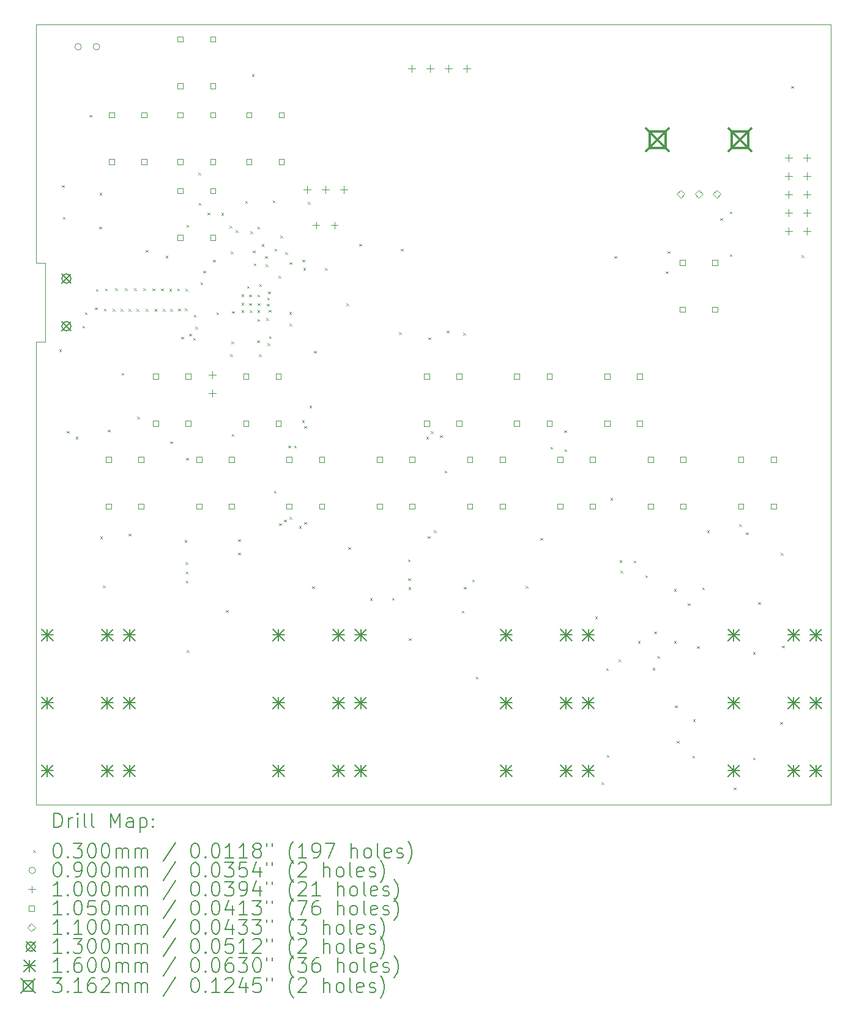
<source format=gbr>
%FSLAX45Y45*%
G04 Gerber Fmt 4.5, Leading zero omitted, Abs format (unit mm)*
G04 Created by KiCad (PCBNEW (6.0.0)) date 2022-04-06 23:59:08*
%MOMM*%
%LPD*%
G01*
G04 APERTURE LIST*
%TA.AperFunction,Profile*%
%ADD10C,0.100000*%
%TD*%
%ADD11C,0.200000*%
%ADD12C,0.030000*%
%ADD13C,0.090000*%
%ADD14C,0.100000*%
%ADD15C,0.105000*%
%ADD16C,0.110000*%
%ADD17C,0.130000*%
%ADD18C,0.160000*%
%ADD19C,0.316230*%
G04 APERTURE END LIST*
D10*
X14698420Y-15583440D02*
X14698420Y-4783440D01*
X3698980Y-9177020D02*
X3698420Y-15583440D01*
X14698420Y-15583440D02*
X3698420Y-15583440D01*
X14698420Y-4783440D02*
X3698420Y-4783440D01*
X3832860Y-8084820D02*
X3832860Y-9177020D01*
X3698980Y-8084820D02*
X3698420Y-4783440D01*
X3832860Y-9177020D02*
X3698980Y-9177020D01*
X3832860Y-8084820D02*
X3698980Y-8084820D01*
D11*
D12*
X4021060Y-9278860D02*
X4051060Y-9308860D01*
X4051060Y-9278860D02*
X4021060Y-9308860D01*
X4061700Y-7003020D02*
X4091700Y-7033020D01*
X4091700Y-7003020D02*
X4061700Y-7033020D01*
X4071860Y-7444980D02*
X4101860Y-7474980D01*
X4101860Y-7444980D02*
X4071860Y-7474980D01*
X4127740Y-10406620D02*
X4157740Y-10436620D01*
X4157740Y-10406620D02*
X4127740Y-10436620D01*
X4249660Y-10487900D02*
X4279660Y-10517900D01*
X4279660Y-10487900D02*
X4249660Y-10517900D01*
X4341660Y-8953120D02*
X4371660Y-8983120D01*
X4371660Y-8953120D02*
X4341660Y-8983120D01*
X4377220Y-8765160D02*
X4407220Y-8795160D01*
X4407220Y-8765160D02*
X4377220Y-8795160D01*
X4442700Y-6032740D02*
X4472700Y-6062740D01*
X4472700Y-6032740D02*
X4442700Y-6062740D01*
X4518900Y-8699740D02*
X4548900Y-8729740D01*
X4548900Y-8699740D02*
X4518900Y-8729740D01*
X4529060Y-8445740D02*
X4559060Y-8475740D01*
X4559060Y-8445740D02*
X4529060Y-8475740D01*
X4574780Y-7582140D02*
X4604780Y-7612140D01*
X4604780Y-7582140D02*
X4574780Y-7612140D01*
X4579860Y-7109700D02*
X4609860Y-7139700D01*
X4609860Y-7109700D02*
X4579860Y-7139700D01*
X4590020Y-11869660D02*
X4620020Y-11899660D01*
X4620020Y-11869660D02*
X4590020Y-11899660D01*
X4625580Y-12545300D02*
X4655580Y-12575300D01*
X4655580Y-12545300D02*
X4625580Y-12575300D01*
X4640820Y-8714980D02*
X4670820Y-8744980D01*
X4670820Y-8714980D02*
X4640820Y-8744980D01*
X4656060Y-8435580D02*
X4686060Y-8465580D01*
X4686060Y-8435580D02*
X4656060Y-8465580D01*
X4696700Y-10391380D02*
X4726700Y-10421380D01*
X4726700Y-10391380D02*
X4696700Y-10421380D01*
X4762740Y-8720060D02*
X4792740Y-8750060D01*
X4792740Y-8720060D02*
X4762740Y-8750060D01*
X4798300Y-8430500D02*
X4828300Y-8460500D01*
X4828300Y-8430500D02*
X4798300Y-8460500D01*
X4874500Y-8720060D02*
X4904500Y-8750060D01*
X4904500Y-8720060D02*
X4874500Y-8750060D01*
X4884660Y-9603980D02*
X4914660Y-9633980D01*
X4914660Y-9603980D02*
X4884660Y-9633980D01*
X4930380Y-8430500D02*
X4960380Y-8460500D01*
X4960380Y-8430500D02*
X4930380Y-8460500D01*
X4981180Y-8720060D02*
X5011180Y-8750060D01*
X5011180Y-8720060D02*
X4981180Y-8750060D01*
X4981180Y-11829020D02*
X5011180Y-11859020D01*
X5011180Y-11829020D02*
X4981180Y-11859020D01*
X5057380Y-8430500D02*
X5087380Y-8460500D01*
X5087380Y-8430500D02*
X5057380Y-8460500D01*
X5092940Y-8720060D02*
X5122940Y-8750060D01*
X5122940Y-8720060D02*
X5092940Y-8750060D01*
X5103100Y-10208500D02*
X5133100Y-10238500D01*
X5133100Y-10208500D02*
X5103100Y-10238500D01*
X5184380Y-8430500D02*
X5214380Y-8460500D01*
X5214380Y-8430500D02*
X5184380Y-8460500D01*
X5219940Y-7902180D02*
X5249940Y-7932180D01*
X5249940Y-7902180D02*
X5219940Y-7932180D01*
X5219940Y-8720060D02*
X5249940Y-8750060D01*
X5249940Y-8720060D02*
X5219940Y-8750060D01*
X5311380Y-8435580D02*
X5341380Y-8465580D01*
X5341380Y-8435580D02*
X5311380Y-8465580D01*
X5341860Y-8720060D02*
X5371860Y-8750060D01*
X5371860Y-8720060D02*
X5341860Y-8750060D01*
X5433300Y-8435580D02*
X5463300Y-8465580D01*
X5463300Y-8435580D02*
X5433300Y-8465580D01*
X5458700Y-8720060D02*
X5488700Y-8750060D01*
X5488700Y-8720060D02*
X5458700Y-8750060D01*
X5494260Y-7983460D02*
X5524260Y-8013460D01*
X5524260Y-7983460D02*
X5494260Y-8013460D01*
X5545060Y-8440660D02*
X5575060Y-8470660D01*
X5575060Y-8440660D02*
X5545060Y-8470660D01*
X5560300Y-8720060D02*
X5590300Y-8750060D01*
X5590300Y-8720060D02*
X5560300Y-8750060D01*
X5560300Y-10553940D02*
X5590300Y-10583940D01*
X5590300Y-10553940D02*
X5560300Y-10583940D01*
X5656820Y-8435580D02*
X5686820Y-8465580D01*
X5686820Y-8435580D02*
X5656820Y-8465580D01*
X5666980Y-8714980D02*
X5696980Y-8744980D01*
X5696980Y-8714980D02*
X5666980Y-8744980D01*
X5712700Y-9106140D02*
X5742700Y-9136140D01*
X5742700Y-9106140D02*
X5712700Y-9136140D01*
X5758420Y-11920460D02*
X5788420Y-11950460D01*
X5788420Y-11920460D02*
X5758420Y-11950460D01*
X5763500Y-8709900D02*
X5793500Y-8739900D01*
X5793500Y-8709900D02*
X5763500Y-8739900D01*
X5768580Y-8440660D02*
X5798580Y-8470660D01*
X5798580Y-8440660D02*
X5768580Y-8470660D01*
X5768580Y-12225260D02*
X5798580Y-12255260D01*
X5798580Y-12225260D02*
X5768580Y-12255260D01*
X5773660Y-12357340D02*
X5803660Y-12387340D01*
X5803660Y-12357340D02*
X5773660Y-12387340D01*
X5773660Y-12484340D02*
X5803660Y-12514340D01*
X5803660Y-12484340D02*
X5773660Y-12514340D01*
X5778740Y-10782540D02*
X5808740Y-10812540D01*
X5808740Y-10782540D02*
X5778740Y-10812540D01*
X5783820Y-7556740D02*
X5813820Y-7586740D01*
X5813820Y-7556740D02*
X5783820Y-7586740D01*
X5788900Y-13444460D02*
X5818900Y-13474460D01*
X5818900Y-13444460D02*
X5788900Y-13474460D01*
X5819380Y-9060420D02*
X5849380Y-9090420D01*
X5849380Y-9060420D02*
X5819380Y-9090420D01*
X5875260Y-9121380D02*
X5905260Y-9151380D01*
X5905260Y-9121380D02*
X5875260Y-9151380D01*
X5885420Y-8801340D02*
X5915420Y-8831340D01*
X5915420Y-8801340D02*
X5885420Y-8831340D01*
X5905740Y-8963900D02*
X5935740Y-8993900D01*
X5935740Y-8963900D02*
X5905740Y-8993900D01*
X5946380Y-6830300D02*
X5976380Y-6860300D01*
X5976380Y-6830300D02*
X5946380Y-6860300D01*
X5951460Y-7251940D02*
X5981460Y-7281940D01*
X5981460Y-7251940D02*
X5951460Y-7281940D01*
X5976860Y-8349220D02*
X6006860Y-8379220D01*
X6006860Y-8349220D02*
X5976860Y-8379220D01*
X6017500Y-8191740D02*
X6047500Y-8221740D01*
X6047500Y-8191740D02*
X6017500Y-8221740D01*
X6073380Y-7384020D02*
X6103380Y-7414020D01*
X6103380Y-7384020D02*
X6073380Y-7414020D01*
X6149580Y-8039340D02*
X6179580Y-8069340D01*
X6179580Y-8039340D02*
X6149580Y-8069340D01*
X6196128Y-8767075D02*
X6226128Y-8797075D01*
X6226128Y-8767075D02*
X6196128Y-8797075D01*
X6266420Y-7389100D02*
X6296420Y-7419100D01*
X6296420Y-7389100D02*
X6266420Y-7419100D01*
X6327380Y-12890740D02*
X6357380Y-12920740D01*
X6357380Y-12890740D02*
X6327380Y-12920740D01*
X6378180Y-7566900D02*
X6408180Y-7596900D01*
X6408180Y-7566900D02*
X6378180Y-7596900D01*
X6388340Y-9344900D02*
X6418340Y-9374900D01*
X6418340Y-9344900D02*
X6388340Y-9374900D01*
X6398500Y-7922500D02*
X6428500Y-7952500D01*
X6428500Y-7922500D02*
X6398500Y-7952500D01*
X6403580Y-9167100D02*
X6433580Y-9197100D01*
X6433580Y-9167100D02*
X6403580Y-9197100D01*
X6408660Y-10452340D02*
X6438660Y-10482340D01*
X6438660Y-10452340D02*
X6408660Y-10482340D01*
X6413740Y-8750540D02*
X6443740Y-8780540D01*
X6443740Y-8750540D02*
X6413740Y-8780540D01*
X6464540Y-7627860D02*
X6494540Y-7657860D01*
X6494540Y-7627860D02*
X6464540Y-7657860D01*
X6500100Y-11905220D02*
X6530100Y-11935220D01*
X6530100Y-11905220D02*
X6500100Y-11935220D01*
X6500100Y-12093180D02*
X6530100Y-12123180D01*
X6530100Y-12093180D02*
X6500100Y-12123180D01*
X6545820Y-8516860D02*
X6575820Y-8546860D01*
X6575820Y-8516860D02*
X6545820Y-8546860D01*
X6545820Y-8633700D02*
X6575820Y-8663700D01*
X6575820Y-8633700D02*
X6545820Y-8663700D01*
X6545820Y-8735300D02*
X6575820Y-8765300D01*
X6575820Y-8735300D02*
X6545820Y-8765300D01*
X6596620Y-7226540D02*
X6626620Y-7256540D01*
X6626620Y-7226540D02*
X6596620Y-7256540D01*
X6622020Y-8400599D02*
X6652020Y-8430599D01*
X6652020Y-8400599D02*
X6622020Y-8430599D01*
X6652500Y-8521940D02*
X6682500Y-8551940D01*
X6682500Y-8521940D02*
X6652500Y-8551940D01*
X6652500Y-8638780D02*
X6682500Y-8668780D01*
X6682500Y-8638780D02*
X6652500Y-8668780D01*
X6657580Y-8735300D02*
X6687580Y-8765300D01*
X6687580Y-8735300D02*
X6657580Y-8765300D01*
X6667740Y-7643100D02*
X6697740Y-7673100D01*
X6697740Y-7643100D02*
X6667740Y-7673100D01*
X6688060Y-5468860D02*
X6718060Y-5498860D01*
X6718060Y-5468860D02*
X6688060Y-5498860D01*
X6703300Y-7912340D02*
X6733300Y-7942340D01*
X6733300Y-7912340D02*
X6703300Y-7942340D01*
X6713460Y-8090140D02*
X6743460Y-8120140D01*
X6743460Y-8090140D02*
X6713460Y-8120140D01*
X6759180Y-9156940D02*
X6789180Y-9186940D01*
X6789180Y-9156940D02*
X6759180Y-9186940D01*
X6764260Y-7582140D02*
X6794260Y-7612140D01*
X6794260Y-7582140D02*
X6764260Y-7612140D01*
X6764260Y-8521940D02*
X6794260Y-8551940D01*
X6794260Y-8521940D02*
X6764260Y-8551940D01*
X6764260Y-8735300D02*
X6794260Y-8765300D01*
X6794260Y-8735300D02*
X6764260Y-8765300D01*
X6764260Y-8857220D02*
X6794260Y-8887220D01*
X6794260Y-8857220D02*
X6764260Y-8887220D01*
X6769340Y-8638780D02*
X6799340Y-8668780D01*
X6799340Y-8638780D02*
X6769340Y-8668780D01*
X6784580Y-9344900D02*
X6814580Y-9374900D01*
X6814580Y-9344900D02*
X6784580Y-9374900D01*
X6789660Y-8374620D02*
X6819660Y-8404620D01*
X6819660Y-8374620D02*
X6789660Y-8404620D01*
X6825220Y-7820900D02*
X6855220Y-7850900D01*
X6855220Y-7820900D02*
X6825220Y-7850900D01*
X6870940Y-7988540D02*
X6900940Y-8018540D01*
X6900940Y-7988540D02*
X6870940Y-8018540D01*
X6881100Y-8100300D02*
X6911100Y-8130300D01*
X6911100Y-8100300D02*
X6881100Y-8130300D01*
X6886180Y-8847060D02*
X6916180Y-8877060D01*
X6916180Y-8847060D02*
X6886180Y-8877060D01*
X6896340Y-8648940D02*
X6926340Y-8678940D01*
X6926340Y-8648940D02*
X6896340Y-8678940D01*
X6901420Y-8562580D02*
X6931420Y-8592580D01*
X6931420Y-8562580D02*
X6901420Y-8592580D01*
X6906451Y-9192451D02*
X6936451Y-9222451D01*
X6936451Y-9192451D02*
X6906451Y-9222451D01*
X6911580Y-8476220D02*
X6941580Y-8506220D01*
X6941580Y-8476220D02*
X6911580Y-8506220D01*
X6921740Y-8730220D02*
X6951740Y-8760220D01*
X6951740Y-8730220D02*
X6921740Y-8760220D01*
X6926820Y-9095980D02*
X6956820Y-9125980D01*
X6956820Y-9095980D02*
X6926820Y-9125980D01*
X6977620Y-7216380D02*
X7007620Y-7246380D01*
X7007620Y-7216380D02*
X6977620Y-7246380D01*
X6992860Y-11239740D02*
X7022860Y-11269740D01*
X7022860Y-11239740D02*
X6992860Y-11269740D01*
X7003020Y-7886940D02*
X7033020Y-7916940D01*
X7033020Y-7886940D02*
X7003020Y-7916940D01*
X7057581Y-8264179D02*
X7087581Y-8294179D01*
X7087581Y-8264179D02*
X7057581Y-8294179D01*
X7063980Y-11686780D02*
X7093980Y-11716780D01*
X7093980Y-11686780D02*
X7063980Y-11716780D01*
X7084300Y-7704060D02*
X7114300Y-7734060D01*
X7114300Y-7704060D02*
X7084300Y-7734060D01*
X7135100Y-11637780D02*
X7165100Y-11667780D01*
X7165100Y-11637780D02*
X7135100Y-11667780D01*
X7150340Y-7932660D02*
X7180340Y-7962660D01*
X7180340Y-7932660D02*
X7150340Y-7962660D01*
X7190980Y-10609820D02*
X7220980Y-10639820D01*
X7220980Y-10609820D02*
X7190980Y-10639820D01*
X7206220Y-8760700D02*
X7236220Y-8790700D01*
X7236220Y-8760700D02*
X7206220Y-8790700D01*
X7209672Y-11598792D02*
X7239672Y-11628792D01*
X7239672Y-11598792D02*
X7209672Y-11628792D01*
X7211300Y-8069930D02*
X7241300Y-8099930D01*
X7241300Y-8069930D02*
X7211300Y-8099930D01*
X7211300Y-8923260D02*
X7241300Y-8953260D01*
X7241300Y-8923260D02*
X7211300Y-8953260D01*
X7272260Y-10609820D02*
X7302260Y-10639820D01*
X7302260Y-10609820D02*
X7272260Y-10639820D01*
X7339067Y-11726223D02*
X7369067Y-11756223D01*
X7369067Y-11726223D02*
X7339067Y-11756223D01*
X7384020Y-10259300D02*
X7414020Y-10289300D01*
X7414020Y-10259300D02*
X7384020Y-10289300D01*
X7389100Y-8039340D02*
X7419100Y-8069340D01*
X7419100Y-8039340D02*
X7389100Y-8069340D01*
X7399260Y-8151100D02*
X7429260Y-8181100D01*
X7429260Y-8151100D02*
X7399260Y-8181100D01*
X7414500Y-10340580D02*
X7444500Y-10370580D01*
X7444500Y-10340580D02*
X7414500Y-10370580D01*
X7414500Y-11671540D02*
X7444500Y-11701540D01*
X7444500Y-11671540D02*
X7414500Y-11701540D01*
X7465300Y-7236700D02*
X7495300Y-7266700D01*
X7495300Y-7236700D02*
X7465300Y-7266700D01*
X7485620Y-10056100D02*
X7515620Y-10086100D01*
X7515620Y-10056100D02*
X7485620Y-10086100D01*
X7521180Y-12560540D02*
X7551180Y-12590540D01*
X7551180Y-12560540D02*
X7521180Y-12590540D01*
X7546580Y-9299180D02*
X7576580Y-9329180D01*
X7576580Y-9299180D02*
X7546580Y-9329180D01*
X7698980Y-8151100D02*
X7728980Y-8181100D01*
X7728980Y-8151100D02*
X7698980Y-8181100D01*
X7998700Y-8643860D02*
X8028700Y-8673860D01*
X8028700Y-8643860D02*
X7998700Y-8673860D01*
X8024100Y-12016980D02*
X8054100Y-12046980D01*
X8054100Y-12016980D02*
X8024100Y-12046980D01*
X8176500Y-7815820D02*
X8206500Y-7845820D01*
X8206500Y-7815820D02*
X8176500Y-7845820D01*
X8323820Y-12723100D02*
X8353820Y-12753100D01*
X8353820Y-12723100D02*
X8323820Y-12753100D01*
X8628620Y-12718020D02*
X8658620Y-12748020D01*
X8658620Y-12718020D02*
X8628620Y-12748020D01*
X8725140Y-9040100D02*
X8755140Y-9070100D01*
X8755140Y-9040100D02*
X8725140Y-9070100D01*
X8751577Y-7883660D02*
X8781577Y-7913660D01*
X8781577Y-7883660D02*
X8751577Y-7913660D01*
X8847060Y-12184620D02*
X8877060Y-12214620D01*
X8877060Y-12184620D02*
X8847060Y-12214620D01*
X8852140Y-12448780D02*
X8882140Y-12478780D01*
X8882140Y-12448780D02*
X8852140Y-12478780D01*
X8857220Y-12570700D02*
X8887220Y-12600700D01*
X8887220Y-12570700D02*
X8857220Y-12600700D01*
X8862300Y-13276820D02*
X8892300Y-13306820D01*
X8892300Y-13276820D02*
X8862300Y-13306820D01*
X9101060Y-10487900D02*
X9131060Y-10517900D01*
X9131060Y-10487900D02*
X9101060Y-10517900D01*
X9121380Y-11864580D02*
X9151380Y-11894580D01*
X9151380Y-11864580D02*
X9121380Y-11894580D01*
X9131540Y-9111220D02*
X9161540Y-9141220D01*
X9161540Y-9111220D02*
X9131540Y-9141220D01*
X9167100Y-10411700D02*
X9197100Y-10441700D01*
X9197100Y-10411700D02*
X9167100Y-10441700D01*
X9207740Y-11783300D02*
X9237740Y-11813300D01*
X9237740Y-11783300D02*
X9207740Y-11813300D01*
X9294100Y-10467580D02*
X9324100Y-10497580D01*
X9324100Y-10467580D02*
X9294100Y-10497580D01*
X9355060Y-10960340D02*
X9385060Y-10990340D01*
X9385060Y-10960340D02*
X9355060Y-10990340D01*
X9385540Y-9019780D02*
X9415540Y-9049780D01*
X9415540Y-9019780D02*
X9385540Y-9049780D01*
X9593820Y-12895820D02*
X9623820Y-12925820D01*
X9623820Y-12895820D02*
X9593820Y-12925820D01*
X9614140Y-9050260D02*
X9644140Y-9080260D01*
X9644140Y-9050260D02*
X9614140Y-9080260D01*
X9624300Y-12565620D02*
X9654300Y-12595620D01*
X9654300Y-12565620D02*
X9624300Y-12595620D01*
X9736060Y-12464020D02*
X9766060Y-12494020D01*
X9766060Y-12464020D02*
X9736060Y-12494020D01*
X9786860Y-13810220D02*
X9816860Y-13840220D01*
X9816860Y-13810220D02*
X9786860Y-13840220D01*
X10477740Y-12555460D02*
X10507740Y-12585460D01*
X10507740Y-12555460D02*
X10477740Y-12585460D01*
X10680940Y-11889980D02*
X10710940Y-11919980D01*
X10710940Y-11889980D02*
X10680940Y-11919980D01*
X10820099Y-10628340D02*
X10850099Y-10658340D01*
X10850099Y-10628340D02*
X10820099Y-10658340D01*
X11011140Y-10401540D02*
X11041140Y-10431540D01*
X11041140Y-10401540D02*
X11011140Y-10431540D01*
X11016220Y-10660620D02*
X11046220Y-10690620D01*
X11046220Y-10660620D02*
X11016220Y-10690620D01*
X11437860Y-12977100D02*
X11467860Y-13007100D01*
X11467860Y-12977100D02*
X11437860Y-13007100D01*
X11529300Y-15273260D02*
X11559300Y-15303260D01*
X11559300Y-15273260D02*
X11529300Y-15303260D01*
X11590260Y-13693380D02*
X11620260Y-13723380D01*
X11620260Y-13693380D02*
X11590260Y-13723380D01*
X11600420Y-14897340D02*
X11630420Y-14927340D01*
X11630420Y-14897340D02*
X11600420Y-14927340D01*
X11651220Y-11336260D02*
X11681220Y-11366260D01*
X11681220Y-11336260D02*
X11651220Y-11366260D01*
X11707100Y-7988540D02*
X11737100Y-8018540D01*
X11737100Y-7988540D02*
X11707100Y-8018540D01*
X11762980Y-13571460D02*
X11792980Y-13601460D01*
X11792980Y-13571460D02*
X11762980Y-13601460D01*
X11778220Y-12199860D02*
X11808220Y-12229860D01*
X11808220Y-12199860D02*
X11778220Y-12229860D01*
X11788380Y-12342100D02*
X11818380Y-12372100D01*
X11818380Y-12342100D02*
X11788380Y-12372100D01*
X11971260Y-12204940D02*
X12001260Y-12234940D01*
X12001260Y-12204940D02*
X11971260Y-12234940D01*
X12032220Y-13317460D02*
X12062220Y-13347460D01*
X12062220Y-13317460D02*
X12032220Y-13347460D01*
X12133820Y-12408140D02*
X12163820Y-12438140D01*
X12163820Y-12408140D02*
X12133820Y-12438140D01*
X12235420Y-13688300D02*
X12265420Y-13718300D01*
X12265420Y-13688300D02*
X12235420Y-13718300D01*
X12255740Y-13185380D02*
X12285740Y-13215380D01*
X12285740Y-13185380D02*
X12255740Y-13215380D01*
X12301460Y-13525740D02*
X12331460Y-13555740D01*
X12331460Y-13525740D02*
X12301460Y-13555740D01*
X12418300Y-8196820D02*
X12448300Y-8226820D01*
X12448300Y-8196820D02*
X12418300Y-8226820D01*
X12443700Y-7917420D02*
X12473700Y-7947420D01*
X12473700Y-7917420D02*
X12443700Y-7947420D01*
X12530060Y-12596100D02*
X12560060Y-12626100D01*
X12560060Y-12596100D02*
X12530060Y-12626100D01*
X12530060Y-13317460D02*
X12560060Y-13347460D01*
X12560060Y-13317460D02*
X12530060Y-13347460D01*
X12545300Y-14211540D02*
X12575300Y-14241540D01*
X12575300Y-14211540D02*
X12545300Y-14241540D01*
X12570700Y-14699220D02*
X12600700Y-14729220D01*
X12600700Y-14699220D02*
X12570700Y-14729220D01*
X12723100Y-12794220D02*
X12753100Y-12824220D01*
X12753100Y-12794220D02*
X12723100Y-12824220D01*
X12784060Y-14902420D02*
X12814060Y-14932420D01*
X12814060Y-14902420D02*
X12784060Y-14932420D01*
X12794220Y-14399500D02*
X12824220Y-14429500D01*
X12824220Y-14399500D02*
X12794220Y-14429500D01*
X12850100Y-13388580D02*
X12880100Y-13418580D01*
X12880100Y-13388580D02*
X12850100Y-13418580D01*
X12921220Y-12575780D02*
X12951220Y-12605780D01*
X12951220Y-12575780D02*
X12921220Y-12605780D01*
X12987260Y-11783300D02*
X13017260Y-11813300D01*
X13017260Y-11783300D02*
X12987260Y-11813300D01*
X13170140Y-7460220D02*
X13200140Y-7490220D01*
X13200140Y-7460220D02*
X13170140Y-7490220D01*
X13302220Y-7368780D02*
X13332220Y-7398780D01*
X13332220Y-7368780D02*
X13302220Y-7398780D01*
X13302220Y-7963140D02*
X13332220Y-7993140D01*
X13332220Y-7963140D02*
X13302220Y-7993140D01*
X13358100Y-15344380D02*
X13388100Y-15374380D01*
X13388100Y-15344380D02*
X13358100Y-15374380D01*
X13431082Y-11700625D02*
X13461082Y-11730625D01*
X13461082Y-11700625D02*
X13431082Y-11730625D01*
X13525740Y-11813780D02*
X13555740Y-11843780D01*
X13555740Y-11813780D02*
X13525740Y-11843780D01*
X13622260Y-13469860D02*
X13652260Y-13499860D01*
X13652260Y-13469860D02*
X13622260Y-13499860D01*
X13622260Y-14927820D02*
X13652260Y-14957820D01*
X13652260Y-14927820D02*
X13622260Y-14957820D01*
X13693380Y-12778980D02*
X13723380Y-12808980D01*
X13723380Y-12778980D02*
X13693380Y-12808980D01*
X13998180Y-14440140D02*
X14028180Y-14470140D01*
X14028180Y-14440140D02*
X13998180Y-14470140D01*
X14008340Y-12098260D02*
X14038340Y-12128260D01*
X14038340Y-12098260D02*
X14008340Y-12128260D01*
X14023580Y-13378420D02*
X14053580Y-13408420D01*
X14053580Y-13378420D02*
X14023580Y-13408420D01*
X14150580Y-5631420D02*
X14180580Y-5661420D01*
X14180580Y-5631420D02*
X14150580Y-5661420D01*
X14297900Y-7973300D02*
X14327900Y-8003300D01*
X14327900Y-7973300D02*
X14297900Y-8003300D01*
D13*
X4328920Y-5088240D02*
G75*
G03*
X4328920Y-5088240I-45000J0D01*
G01*
X4582920Y-5088240D02*
G75*
G03*
X4582920Y-5088240I-45000J0D01*
G01*
D14*
X6141720Y-9583720D02*
X6141720Y-9683720D01*
X6091720Y-9633720D02*
X6191720Y-9633720D01*
X6141720Y-9837720D02*
X6141720Y-9937720D01*
X6091720Y-9887720D02*
X6191720Y-9887720D01*
X7454900Y-7013740D02*
X7454900Y-7113740D01*
X7404900Y-7063740D02*
X7504900Y-7063740D01*
X7576320Y-7511580D02*
X7576320Y-7611580D01*
X7526320Y-7561580D02*
X7626320Y-7561580D01*
X7708900Y-7013740D02*
X7708900Y-7113740D01*
X7658900Y-7063740D02*
X7758900Y-7063740D01*
X7830320Y-7511580D02*
X7830320Y-7611580D01*
X7780320Y-7561580D02*
X7880320Y-7561580D01*
X7962900Y-7013740D02*
X7962900Y-7113740D01*
X7912900Y-7063740D02*
X8012900Y-7063740D01*
X8901860Y-5341220D02*
X8901860Y-5441220D01*
X8851860Y-5391220D02*
X8951860Y-5391220D01*
X9155860Y-5341220D02*
X9155860Y-5441220D01*
X9105860Y-5391220D02*
X9205860Y-5391220D01*
X9409860Y-5341220D02*
X9409860Y-5441220D01*
X9359860Y-5391220D02*
X9459860Y-5391220D01*
X9663860Y-5341220D02*
X9663860Y-5441220D01*
X9613860Y-5391220D02*
X9713860Y-5391220D01*
X14117820Y-6574820D02*
X14117820Y-6674820D01*
X14067820Y-6624820D02*
X14167820Y-6624820D01*
X14117820Y-6828820D02*
X14117820Y-6928820D01*
X14067820Y-6878820D02*
X14167820Y-6878820D01*
X14117820Y-7082820D02*
X14117820Y-7182820D01*
X14067820Y-7132820D02*
X14167820Y-7132820D01*
X14117820Y-7336820D02*
X14117820Y-7436820D01*
X14067820Y-7386820D02*
X14167820Y-7386820D01*
X14117820Y-7590820D02*
X14117820Y-7690820D01*
X14067820Y-7640820D02*
X14167820Y-7640820D01*
X14371820Y-6574820D02*
X14371820Y-6674820D01*
X14321820Y-6624820D02*
X14421820Y-6624820D01*
X14371820Y-6828820D02*
X14371820Y-6928820D01*
X14321820Y-6878820D02*
X14421820Y-6878820D01*
X14371820Y-7082820D02*
X14371820Y-7182820D01*
X14321820Y-7132820D02*
X14421820Y-7132820D01*
X14371820Y-7336820D02*
X14371820Y-7436820D01*
X14321820Y-7386820D02*
X14421820Y-7386820D01*
X14371820Y-7590820D02*
X14371820Y-7690820D01*
X14321820Y-7640820D02*
X14421820Y-7640820D01*
D15*
X4743214Y-10839864D02*
X4743214Y-10765617D01*
X4668967Y-10765617D01*
X4668967Y-10839864D01*
X4743214Y-10839864D01*
X4743214Y-11489863D02*
X4743214Y-11415616D01*
X4668967Y-11415616D01*
X4668967Y-11489863D01*
X4743214Y-11489863D01*
X4785544Y-6070563D02*
X4785544Y-5996316D01*
X4711297Y-5996316D01*
X4711297Y-6070563D01*
X4785544Y-6070563D01*
X4785544Y-6720563D02*
X4785544Y-6646316D01*
X4711297Y-6646316D01*
X4711297Y-6720563D01*
X4785544Y-6720563D01*
X5193214Y-10839864D02*
X5193214Y-10765617D01*
X5118967Y-10765617D01*
X5118967Y-10839864D01*
X5193214Y-10839864D01*
X5193214Y-11489863D02*
X5193214Y-11415616D01*
X5118967Y-11415616D01*
X5118967Y-11489863D01*
X5193214Y-11489863D01*
X5235544Y-6070563D02*
X5235544Y-5996316D01*
X5161297Y-5996316D01*
X5161297Y-6070563D01*
X5235544Y-6070563D01*
X5235544Y-6720563D02*
X5235544Y-6646316D01*
X5161297Y-6646316D01*
X5161297Y-6720563D01*
X5235544Y-6720563D01*
X5393214Y-9689864D02*
X5393214Y-9615617D01*
X5318967Y-9615617D01*
X5318967Y-9689864D01*
X5393214Y-9689864D01*
X5393214Y-10339864D02*
X5393214Y-10265617D01*
X5318967Y-10265617D01*
X5318967Y-10339864D01*
X5393214Y-10339864D01*
X5735543Y-5020564D02*
X5735543Y-4946317D01*
X5661296Y-4946317D01*
X5661296Y-5020564D01*
X5735543Y-5020564D01*
X5735543Y-5670563D02*
X5735543Y-5596316D01*
X5661296Y-5596316D01*
X5661296Y-5670563D01*
X5735543Y-5670563D01*
X5735543Y-6070563D02*
X5735543Y-5996316D01*
X5661296Y-5996316D01*
X5661296Y-6070563D01*
X5735543Y-6070563D01*
X5735543Y-6720563D02*
X5735543Y-6646316D01*
X5661296Y-6646316D01*
X5661296Y-6720563D01*
X5735543Y-6720563D01*
X5735543Y-7120563D02*
X5735543Y-7046316D01*
X5661296Y-7046316D01*
X5661296Y-7120563D01*
X5735543Y-7120563D01*
X5735543Y-7770563D02*
X5735543Y-7696316D01*
X5661296Y-7696316D01*
X5661296Y-7770563D01*
X5735543Y-7770563D01*
X5843213Y-9689864D02*
X5843213Y-9615617D01*
X5768966Y-9615617D01*
X5768966Y-9689864D01*
X5843213Y-9689864D01*
X5843213Y-10339864D02*
X5843213Y-10265617D01*
X5768966Y-10265617D01*
X5768966Y-10339864D01*
X5843213Y-10339864D01*
X5993213Y-10839864D02*
X5993213Y-10765617D01*
X5918966Y-10765617D01*
X5918966Y-10839864D01*
X5993213Y-10839864D01*
X5993213Y-11489863D02*
X5993213Y-11415616D01*
X5918966Y-11415616D01*
X5918966Y-11489863D01*
X5993213Y-11489863D01*
X6185543Y-5020564D02*
X6185543Y-4946317D01*
X6111296Y-4946317D01*
X6111296Y-5020564D01*
X6185543Y-5020564D01*
X6185543Y-5670563D02*
X6185543Y-5596316D01*
X6111296Y-5596316D01*
X6111296Y-5670563D01*
X6185543Y-5670563D01*
X6185543Y-6070563D02*
X6185543Y-5996316D01*
X6111296Y-5996316D01*
X6111296Y-6070563D01*
X6185543Y-6070563D01*
X6185543Y-6720563D02*
X6185543Y-6646316D01*
X6111296Y-6646316D01*
X6111296Y-6720563D01*
X6185543Y-6720563D01*
X6185543Y-7120563D02*
X6185543Y-7046316D01*
X6111296Y-7046316D01*
X6111296Y-7120563D01*
X6185543Y-7120563D01*
X6185543Y-7770563D02*
X6185543Y-7696316D01*
X6111296Y-7696316D01*
X6111296Y-7770563D01*
X6185543Y-7770563D01*
X6443213Y-10839864D02*
X6443213Y-10765617D01*
X6368966Y-10765617D01*
X6368966Y-10839864D01*
X6443213Y-10839864D01*
X6443213Y-11489863D02*
X6443213Y-11415616D01*
X6368966Y-11415616D01*
X6368966Y-11489863D01*
X6443213Y-11489863D01*
X6643213Y-9689864D02*
X6643213Y-9615617D01*
X6568966Y-9615617D01*
X6568966Y-9689864D01*
X6643213Y-9689864D01*
X6643213Y-10339864D02*
X6643213Y-10265617D01*
X6568966Y-10265617D01*
X6568966Y-10339864D01*
X6643213Y-10339864D01*
X6685543Y-6070563D02*
X6685543Y-5996316D01*
X6611296Y-5996316D01*
X6611296Y-6070563D01*
X6685543Y-6070563D01*
X6685543Y-6720563D02*
X6685543Y-6646316D01*
X6611296Y-6646316D01*
X6611296Y-6720563D01*
X6685543Y-6720563D01*
X7093213Y-9689864D02*
X7093213Y-9615617D01*
X7018966Y-9615617D01*
X7018966Y-9689864D01*
X7093213Y-9689864D01*
X7093213Y-10339864D02*
X7093213Y-10265617D01*
X7018966Y-10265617D01*
X7018966Y-10339864D01*
X7093213Y-10339864D01*
X7135543Y-6070563D02*
X7135543Y-5996316D01*
X7061296Y-5996316D01*
X7061296Y-6070563D01*
X7135543Y-6070563D01*
X7135543Y-6720563D02*
X7135543Y-6646316D01*
X7061296Y-6646316D01*
X7061296Y-6720563D01*
X7135543Y-6720563D01*
X7243213Y-10839864D02*
X7243213Y-10765617D01*
X7168966Y-10765617D01*
X7168966Y-10839864D01*
X7243213Y-10839864D01*
X7243213Y-11489863D02*
X7243213Y-11415616D01*
X7168966Y-11415616D01*
X7168966Y-11489863D01*
X7243213Y-11489863D01*
X7693213Y-10839864D02*
X7693213Y-10765617D01*
X7618966Y-10765617D01*
X7618966Y-10839864D01*
X7693213Y-10839864D01*
X7693213Y-11489863D02*
X7693213Y-11415616D01*
X7618966Y-11415616D01*
X7618966Y-11489863D01*
X7693213Y-11489863D01*
X8493214Y-10839864D02*
X8493214Y-10765617D01*
X8418967Y-10765617D01*
X8418967Y-10839864D01*
X8493214Y-10839864D01*
X8493214Y-11489863D02*
X8493214Y-11415616D01*
X8418967Y-11415616D01*
X8418967Y-11489863D01*
X8493214Y-11489863D01*
X8943214Y-10839864D02*
X8943214Y-10765617D01*
X8868967Y-10765617D01*
X8868967Y-10839864D01*
X8943214Y-10839864D01*
X8943214Y-11489863D02*
X8943214Y-11415616D01*
X8868967Y-11415616D01*
X8868967Y-11489863D01*
X8943214Y-11489863D01*
X9143214Y-9689864D02*
X9143214Y-9615617D01*
X9068967Y-9615617D01*
X9068967Y-9689864D01*
X9143214Y-9689864D01*
X9143214Y-10339864D02*
X9143214Y-10265617D01*
X9068967Y-10265617D01*
X9068967Y-10339864D01*
X9143214Y-10339864D01*
X9593214Y-9689864D02*
X9593214Y-9615617D01*
X9518967Y-9615617D01*
X9518967Y-9689864D01*
X9593214Y-9689864D01*
X9593214Y-10339864D02*
X9593214Y-10265617D01*
X9518967Y-10265617D01*
X9518967Y-10339864D01*
X9593214Y-10339864D01*
X9743214Y-10839864D02*
X9743214Y-10765617D01*
X9668967Y-10765617D01*
X9668967Y-10839864D01*
X9743214Y-10839864D01*
X9743214Y-11489863D02*
X9743214Y-11415616D01*
X9668967Y-11415616D01*
X9668967Y-11489863D01*
X9743214Y-11489863D01*
X10193214Y-10839864D02*
X10193214Y-10765617D01*
X10118967Y-10765617D01*
X10118967Y-10839864D01*
X10193214Y-10839864D01*
X10193214Y-11489863D02*
X10193214Y-11415616D01*
X10118967Y-11415616D01*
X10118967Y-11489863D01*
X10193214Y-11489863D01*
X10393214Y-9689864D02*
X10393214Y-9615617D01*
X10318967Y-9615617D01*
X10318967Y-9689864D01*
X10393214Y-9689864D01*
X10393214Y-10339864D02*
X10393214Y-10265617D01*
X10318967Y-10265617D01*
X10318967Y-10339864D01*
X10393214Y-10339864D01*
X10843214Y-9689864D02*
X10843214Y-9615617D01*
X10768967Y-9615617D01*
X10768967Y-9689864D01*
X10843214Y-9689864D01*
X10843214Y-10339864D02*
X10843214Y-10265617D01*
X10768967Y-10265617D01*
X10768967Y-10339864D01*
X10843214Y-10339864D01*
X10993164Y-10839864D02*
X10993164Y-10765617D01*
X10918917Y-10765617D01*
X10918917Y-10839864D01*
X10993164Y-10839864D01*
X10993164Y-11489863D02*
X10993164Y-11415616D01*
X10918917Y-11415616D01*
X10918917Y-11489863D01*
X10993164Y-11489863D01*
X11443163Y-10839864D02*
X11443163Y-10765617D01*
X11368916Y-10765617D01*
X11368916Y-10839864D01*
X11443163Y-10839864D01*
X11443163Y-11489863D02*
X11443163Y-11415616D01*
X11368916Y-11415616D01*
X11368916Y-11489863D01*
X11443163Y-11489863D01*
X11643213Y-9689864D02*
X11643213Y-9615617D01*
X11568966Y-9615617D01*
X11568966Y-9689864D01*
X11643213Y-9689864D01*
X11643213Y-10339864D02*
X11643213Y-10265617D01*
X11568966Y-10265617D01*
X11568966Y-10339864D01*
X11643213Y-10339864D01*
X12093213Y-9689864D02*
X12093213Y-9615617D01*
X12018966Y-9615617D01*
X12018966Y-9689864D01*
X12093213Y-9689864D01*
X12093213Y-10339864D02*
X12093213Y-10265617D01*
X12018966Y-10265617D01*
X12018966Y-10339864D01*
X12093213Y-10339864D01*
X12243163Y-10839864D02*
X12243163Y-10765617D01*
X12168916Y-10765617D01*
X12168916Y-10839864D01*
X12243163Y-10839864D01*
X12243163Y-11489863D02*
X12243163Y-11415616D01*
X12168916Y-11415616D01*
X12168916Y-11489863D01*
X12243163Y-11489863D01*
X12685656Y-8112964D02*
X12685656Y-8038717D01*
X12611409Y-8038717D01*
X12611409Y-8112964D01*
X12685656Y-8112964D01*
X12685656Y-8762965D02*
X12685656Y-8688718D01*
X12611409Y-8688718D01*
X12611409Y-8762965D01*
X12685656Y-8762965D01*
X12693163Y-10839864D02*
X12693163Y-10765617D01*
X12618916Y-10765617D01*
X12618916Y-10839864D01*
X12693163Y-10839864D01*
X12693163Y-11489863D02*
X12693163Y-11415616D01*
X12618916Y-11415616D01*
X12618916Y-11489863D01*
X12693163Y-11489863D01*
X13135656Y-8112964D02*
X13135656Y-8038717D01*
X13061409Y-8038717D01*
X13061409Y-8112964D01*
X13135656Y-8112964D01*
X13135656Y-8762965D02*
X13135656Y-8688718D01*
X13061409Y-8688718D01*
X13061409Y-8762965D01*
X13135656Y-8762965D01*
X13493163Y-10839864D02*
X13493163Y-10765617D01*
X13418916Y-10765617D01*
X13418916Y-10839864D01*
X13493163Y-10839864D01*
X13493163Y-11489863D02*
X13493163Y-11415616D01*
X13418916Y-11415616D01*
X13418916Y-11489863D01*
X13493163Y-11489863D01*
X13943163Y-10839864D02*
X13943163Y-10765617D01*
X13868916Y-10765617D01*
X13868916Y-10839864D01*
X13943163Y-10839864D01*
X13943163Y-11489863D02*
X13943163Y-11415616D01*
X13868916Y-11415616D01*
X13868916Y-11489863D01*
X13943163Y-11489863D01*
D16*
X12622700Y-7181750D02*
X12677700Y-7126750D01*
X12622700Y-7071750D01*
X12567700Y-7126750D01*
X12622700Y-7181750D01*
X12872700Y-7181750D02*
X12927700Y-7126750D01*
X12872700Y-7071750D01*
X12817700Y-7126750D01*
X12872700Y-7181750D01*
X13122700Y-7181750D02*
X13177700Y-7126750D01*
X13122700Y-7071750D01*
X13067700Y-7126750D01*
X13122700Y-7181750D01*
D17*
X4057540Y-8233380D02*
X4187540Y-8363380D01*
X4187540Y-8233380D02*
X4057540Y-8363380D01*
X4187540Y-8298380D02*
G75*
G03*
X4187540Y-8298380I-65000J0D01*
G01*
X4057540Y-8893380D02*
X4187540Y-9023380D01*
X4187540Y-8893380D02*
X4057540Y-9023380D01*
X4187540Y-8958380D02*
G75*
G03*
X4187540Y-8958380I-65000J0D01*
G01*
D18*
X3775920Y-13153440D02*
X3935920Y-13313440D01*
X3935920Y-13153440D02*
X3775920Y-13313440D01*
X3855920Y-13153440D02*
X3855920Y-13313440D01*
X3775920Y-13233440D02*
X3935920Y-13233440D01*
X3776420Y-14093440D02*
X3936420Y-14253440D01*
X3936420Y-14093440D02*
X3776420Y-14253440D01*
X3856420Y-14093440D02*
X3856420Y-14253440D01*
X3776420Y-14173440D02*
X3936420Y-14173440D01*
X3776420Y-15031080D02*
X3936420Y-15191080D01*
X3936420Y-15031080D02*
X3776420Y-15191080D01*
X3856420Y-15031080D02*
X3856420Y-15191080D01*
X3776420Y-15111080D02*
X3936420Y-15111080D01*
X4605920Y-13153440D02*
X4765920Y-13313440D01*
X4765920Y-13153440D02*
X4605920Y-13313440D01*
X4685920Y-13153440D02*
X4685920Y-13313440D01*
X4605920Y-13233440D02*
X4765920Y-13233440D01*
X4606420Y-14093440D02*
X4766420Y-14253440D01*
X4766420Y-14093440D02*
X4606420Y-14253440D01*
X4686420Y-14093440D02*
X4686420Y-14253440D01*
X4606420Y-14173440D02*
X4766420Y-14173440D01*
X4606420Y-15031080D02*
X4766420Y-15191080D01*
X4766420Y-15031080D02*
X4606420Y-15191080D01*
X4686420Y-15031080D02*
X4686420Y-15191080D01*
X4606420Y-15111080D02*
X4766420Y-15111080D01*
X4915920Y-13153440D02*
X5075920Y-13313440D01*
X5075920Y-13153440D02*
X4915920Y-13313440D01*
X4995920Y-13153440D02*
X4995920Y-13313440D01*
X4915920Y-13233440D02*
X5075920Y-13233440D01*
X4916420Y-14093440D02*
X5076420Y-14253440D01*
X5076420Y-14093440D02*
X4916420Y-14253440D01*
X4996420Y-14093440D02*
X4996420Y-14253440D01*
X4916420Y-14173440D02*
X5076420Y-14173440D01*
X4916420Y-15031080D02*
X5076420Y-15191080D01*
X5076420Y-15031080D02*
X4916420Y-15191080D01*
X4996420Y-15031080D02*
X4996420Y-15191080D01*
X4916420Y-15111080D02*
X5076420Y-15111080D01*
X6976420Y-13153440D02*
X7136420Y-13313440D01*
X7136420Y-13153440D02*
X6976420Y-13313440D01*
X7056420Y-13153440D02*
X7056420Y-13313440D01*
X6976420Y-13233440D02*
X7136420Y-13233440D01*
X6976420Y-14093440D02*
X7136420Y-14253440D01*
X7136420Y-14093440D02*
X6976420Y-14253440D01*
X7056420Y-14093440D02*
X7056420Y-14253440D01*
X6976420Y-14173440D02*
X7136420Y-14173440D01*
X6976420Y-15031080D02*
X7136420Y-15191080D01*
X7136420Y-15031080D02*
X6976420Y-15191080D01*
X7056420Y-15031080D02*
X7056420Y-15191080D01*
X6976420Y-15111080D02*
X7136420Y-15111080D01*
X7806420Y-13153440D02*
X7966420Y-13313440D01*
X7966420Y-13153440D02*
X7806420Y-13313440D01*
X7886420Y-13153440D02*
X7886420Y-13313440D01*
X7806420Y-13233440D02*
X7966420Y-13233440D01*
X7806420Y-14093440D02*
X7966420Y-14253440D01*
X7966420Y-14093440D02*
X7806420Y-14253440D01*
X7886420Y-14093440D02*
X7886420Y-14253440D01*
X7806420Y-14173440D02*
X7966420Y-14173440D01*
X7806420Y-15031080D02*
X7966420Y-15191080D01*
X7966420Y-15031080D02*
X7806420Y-15191080D01*
X7886420Y-15031080D02*
X7886420Y-15191080D01*
X7806420Y-15111080D02*
X7966420Y-15111080D01*
X8116420Y-13153440D02*
X8276420Y-13313440D01*
X8276420Y-13153440D02*
X8116420Y-13313440D01*
X8196420Y-13153440D02*
X8196420Y-13313440D01*
X8116420Y-13233440D02*
X8276420Y-13233440D01*
X8116420Y-14093440D02*
X8276420Y-14253440D01*
X8276420Y-14093440D02*
X8116420Y-14253440D01*
X8196420Y-14093440D02*
X8196420Y-14253440D01*
X8116420Y-14173440D02*
X8276420Y-14173440D01*
X8116420Y-15031080D02*
X8276420Y-15191080D01*
X8276420Y-15031080D02*
X8116420Y-15191080D01*
X8196420Y-15031080D02*
X8196420Y-15191080D01*
X8116420Y-15111080D02*
X8276420Y-15111080D01*
X10126420Y-13153440D02*
X10286420Y-13313440D01*
X10286420Y-13153440D02*
X10126420Y-13313440D01*
X10206420Y-13153440D02*
X10206420Y-13313440D01*
X10126420Y-13233440D02*
X10286420Y-13233440D01*
X10126420Y-14093440D02*
X10286420Y-14253440D01*
X10286420Y-14093440D02*
X10126420Y-14253440D01*
X10206420Y-14093440D02*
X10206420Y-14253440D01*
X10126420Y-14173440D02*
X10286420Y-14173440D01*
X10126420Y-15031080D02*
X10286420Y-15191080D01*
X10286420Y-15031080D02*
X10126420Y-15191080D01*
X10206420Y-15031080D02*
X10206420Y-15191080D01*
X10126420Y-15111080D02*
X10286420Y-15111080D01*
X10956420Y-13153440D02*
X11116420Y-13313440D01*
X11116420Y-13153440D02*
X10956420Y-13313440D01*
X11036420Y-13153440D02*
X11036420Y-13313440D01*
X10956420Y-13233440D02*
X11116420Y-13233440D01*
X10956420Y-14093440D02*
X11116420Y-14253440D01*
X11116420Y-14093440D02*
X10956420Y-14253440D01*
X11036420Y-14093440D02*
X11036420Y-14253440D01*
X10956420Y-14173440D02*
X11116420Y-14173440D01*
X10956420Y-15031080D02*
X11116420Y-15191080D01*
X11116420Y-15031080D02*
X10956420Y-15191080D01*
X11036420Y-15031080D02*
X11036420Y-15191080D01*
X10956420Y-15111080D02*
X11116420Y-15111080D01*
X11266420Y-13153440D02*
X11426420Y-13313440D01*
X11426420Y-13153440D02*
X11266420Y-13313440D01*
X11346420Y-13153440D02*
X11346420Y-13313440D01*
X11266420Y-13233440D02*
X11426420Y-13233440D01*
X11266420Y-14093440D02*
X11426420Y-14253440D01*
X11426420Y-14093440D02*
X11266420Y-14253440D01*
X11346420Y-14093440D02*
X11346420Y-14253440D01*
X11266420Y-14173440D02*
X11426420Y-14173440D01*
X11266420Y-15031080D02*
X11426420Y-15191080D01*
X11426420Y-15031080D02*
X11266420Y-15191080D01*
X11346420Y-15031080D02*
X11346420Y-15191080D01*
X11266420Y-15111080D02*
X11426420Y-15111080D01*
X13276420Y-13153440D02*
X13436420Y-13313440D01*
X13436420Y-13153440D02*
X13276420Y-13313440D01*
X13356420Y-13153440D02*
X13356420Y-13313440D01*
X13276420Y-13233440D02*
X13436420Y-13233440D01*
X13276420Y-14093440D02*
X13436420Y-14253440D01*
X13436420Y-14093440D02*
X13276420Y-14253440D01*
X13356420Y-14093440D02*
X13356420Y-14253440D01*
X13276420Y-14173440D02*
X13436420Y-14173440D01*
X13276420Y-15033440D02*
X13436420Y-15193440D01*
X13436420Y-15033440D02*
X13276420Y-15193440D01*
X13356420Y-15033440D02*
X13356420Y-15193440D01*
X13276420Y-15113440D02*
X13436420Y-15113440D01*
X14106420Y-13153440D02*
X14266420Y-13313440D01*
X14266420Y-13153440D02*
X14106420Y-13313440D01*
X14186420Y-13153440D02*
X14186420Y-13313440D01*
X14106420Y-13233440D02*
X14266420Y-13233440D01*
X14106420Y-14093440D02*
X14266420Y-14253440D01*
X14266420Y-14093440D02*
X14106420Y-14253440D01*
X14186420Y-14093440D02*
X14186420Y-14253440D01*
X14106420Y-14173440D02*
X14266420Y-14173440D01*
X14106420Y-15033440D02*
X14266420Y-15193440D01*
X14266420Y-15033440D02*
X14106420Y-15193440D01*
X14186420Y-15033440D02*
X14186420Y-15193440D01*
X14106420Y-15113440D02*
X14266420Y-15113440D01*
X14416420Y-13153440D02*
X14576420Y-13313440D01*
X14576420Y-13153440D02*
X14416420Y-13313440D01*
X14496420Y-13153440D02*
X14496420Y-13313440D01*
X14416420Y-13233440D02*
X14576420Y-13233440D01*
X14416420Y-14093440D02*
X14576420Y-14253440D01*
X14576420Y-14093440D02*
X14416420Y-14253440D01*
X14496420Y-14093440D02*
X14496420Y-14253440D01*
X14416420Y-14173440D02*
X14576420Y-14173440D01*
X14416420Y-15033440D02*
X14576420Y-15193440D01*
X14576420Y-15033440D02*
X14416420Y-15193440D01*
X14496420Y-15033440D02*
X14496420Y-15193440D01*
X14416420Y-15113440D02*
X14576420Y-15113440D01*
D19*
X12144585Y-6218635D02*
X12460815Y-6534865D01*
X12460815Y-6218635D02*
X12144585Y-6534865D01*
X12414505Y-6488555D02*
X12414505Y-6264945D01*
X12190895Y-6264945D01*
X12190895Y-6488555D01*
X12414505Y-6488555D01*
X13284585Y-6218635D02*
X13600815Y-6534865D01*
X13600815Y-6218635D02*
X13284585Y-6534865D01*
X13554505Y-6488555D02*
X13554505Y-6264945D01*
X13330895Y-6264945D01*
X13330895Y-6488555D01*
X13554505Y-6488555D01*
D11*
X3951039Y-15898916D02*
X3951039Y-15698916D01*
X3998658Y-15698916D01*
X4027229Y-15708440D01*
X4046277Y-15727488D01*
X4055801Y-15746535D01*
X4065325Y-15784630D01*
X4065325Y-15813202D01*
X4055801Y-15851297D01*
X4046277Y-15870345D01*
X4027229Y-15889392D01*
X3998658Y-15898916D01*
X3951039Y-15898916D01*
X4151039Y-15898916D02*
X4151039Y-15765583D01*
X4151039Y-15803678D02*
X4160563Y-15784630D01*
X4170087Y-15775107D01*
X4189134Y-15765583D01*
X4208182Y-15765583D01*
X4274849Y-15898916D02*
X4274849Y-15765583D01*
X4274849Y-15698916D02*
X4265325Y-15708440D01*
X4274849Y-15717964D01*
X4284372Y-15708440D01*
X4274849Y-15698916D01*
X4274849Y-15717964D01*
X4398658Y-15898916D02*
X4379610Y-15889392D01*
X4370087Y-15870345D01*
X4370087Y-15698916D01*
X4503420Y-15898916D02*
X4484372Y-15889392D01*
X4474849Y-15870345D01*
X4474849Y-15698916D01*
X4731991Y-15898916D02*
X4731991Y-15698916D01*
X4798658Y-15841773D01*
X4865325Y-15698916D01*
X4865325Y-15898916D01*
X5046277Y-15898916D02*
X5046277Y-15794154D01*
X5036753Y-15775107D01*
X5017706Y-15765583D01*
X4979610Y-15765583D01*
X4960563Y-15775107D01*
X5046277Y-15889392D02*
X5027230Y-15898916D01*
X4979610Y-15898916D01*
X4960563Y-15889392D01*
X4951039Y-15870345D01*
X4951039Y-15851297D01*
X4960563Y-15832249D01*
X4979610Y-15822726D01*
X5027230Y-15822726D01*
X5046277Y-15813202D01*
X5141515Y-15765583D02*
X5141515Y-15965583D01*
X5141515Y-15775107D02*
X5160563Y-15765583D01*
X5198658Y-15765583D01*
X5217706Y-15775107D01*
X5227230Y-15784630D01*
X5236753Y-15803678D01*
X5236753Y-15860821D01*
X5227230Y-15879868D01*
X5217706Y-15889392D01*
X5198658Y-15898916D01*
X5160563Y-15898916D01*
X5141515Y-15889392D01*
X5322468Y-15879868D02*
X5331991Y-15889392D01*
X5322468Y-15898916D01*
X5312944Y-15889392D01*
X5322468Y-15879868D01*
X5322468Y-15898916D01*
X5322468Y-15775107D02*
X5331991Y-15784630D01*
X5322468Y-15794154D01*
X5312944Y-15784630D01*
X5322468Y-15775107D01*
X5322468Y-15794154D01*
D12*
X3663420Y-16213440D02*
X3693420Y-16243440D01*
X3693420Y-16213440D02*
X3663420Y-16243440D01*
D11*
X3989134Y-16118916D02*
X4008182Y-16118916D01*
X4027229Y-16128440D01*
X4036753Y-16137964D01*
X4046277Y-16157011D01*
X4055801Y-16195107D01*
X4055801Y-16242726D01*
X4046277Y-16280821D01*
X4036753Y-16299868D01*
X4027229Y-16309392D01*
X4008182Y-16318916D01*
X3989134Y-16318916D01*
X3970087Y-16309392D01*
X3960563Y-16299868D01*
X3951039Y-16280821D01*
X3941515Y-16242726D01*
X3941515Y-16195107D01*
X3951039Y-16157011D01*
X3960563Y-16137964D01*
X3970087Y-16128440D01*
X3989134Y-16118916D01*
X4141515Y-16299868D02*
X4151039Y-16309392D01*
X4141515Y-16318916D01*
X4131991Y-16309392D01*
X4141515Y-16299868D01*
X4141515Y-16318916D01*
X4217706Y-16118916D02*
X4341515Y-16118916D01*
X4274849Y-16195107D01*
X4303420Y-16195107D01*
X4322468Y-16204630D01*
X4331991Y-16214154D01*
X4341515Y-16233202D01*
X4341515Y-16280821D01*
X4331991Y-16299868D01*
X4322468Y-16309392D01*
X4303420Y-16318916D01*
X4246277Y-16318916D01*
X4227230Y-16309392D01*
X4217706Y-16299868D01*
X4465325Y-16118916D02*
X4484372Y-16118916D01*
X4503420Y-16128440D01*
X4512944Y-16137964D01*
X4522468Y-16157011D01*
X4531991Y-16195107D01*
X4531991Y-16242726D01*
X4522468Y-16280821D01*
X4512944Y-16299868D01*
X4503420Y-16309392D01*
X4484372Y-16318916D01*
X4465325Y-16318916D01*
X4446277Y-16309392D01*
X4436753Y-16299868D01*
X4427230Y-16280821D01*
X4417706Y-16242726D01*
X4417706Y-16195107D01*
X4427230Y-16157011D01*
X4436753Y-16137964D01*
X4446277Y-16128440D01*
X4465325Y-16118916D01*
X4655801Y-16118916D02*
X4674849Y-16118916D01*
X4693896Y-16128440D01*
X4703420Y-16137964D01*
X4712944Y-16157011D01*
X4722468Y-16195107D01*
X4722468Y-16242726D01*
X4712944Y-16280821D01*
X4703420Y-16299868D01*
X4693896Y-16309392D01*
X4674849Y-16318916D01*
X4655801Y-16318916D01*
X4636753Y-16309392D01*
X4627230Y-16299868D01*
X4617706Y-16280821D01*
X4608182Y-16242726D01*
X4608182Y-16195107D01*
X4617706Y-16157011D01*
X4627230Y-16137964D01*
X4636753Y-16128440D01*
X4655801Y-16118916D01*
X4808182Y-16318916D02*
X4808182Y-16185583D01*
X4808182Y-16204630D02*
X4817706Y-16195107D01*
X4836753Y-16185583D01*
X4865325Y-16185583D01*
X4884372Y-16195107D01*
X4893896Y-16214154D01*
X4893896Y-16318916D01*
X4893896Y-16214154D02*
X4903420Y-16195107D01*
X4922468Y-16185583D01*
X4951039Y-16185583D01*
X4970087Y-16195107D01*
X4979610Y-16214154D01*
X4979610Y-16318916D01*
X5074849Y-16318916D02*
X5074849Y-16185583D01*
X5074849Y-16204630D02*
X5084372Y-16195107D01*
X5103420Y-16185583D01*
X5131991Y-16185583D01*
X5151039Y-16195107D01*
X5160563Y-16214154D01*
X5160563Y-16318916D01*
X5160563Y-16214154D02*
X5170087Y-16195107D01*
X5189134Y-16185583D01*
X5217706Y-16185583D01*
X5236753Y-16195107D01*
X5246277Y-16214154D01*
X5246277Y-16318916D01*
X5636753Y-16109392D02*
X5465325Y-16366535D01*
X5893896Y-16118916D02*
X5912944Y-16118916D01*
X5931991Y-16128440D01*
X5941515Y-16137964D01*
X5951039Y-16157011D01*
X5960563Y-16195107D01*
X5960563Y-16242726D01*
X5951039Y-16280821D01*
X5941515Y-16299868D01*
X5931991Y-16309392D01*
X5912944Y-16318916D01*
X5893896Y-16318916D01*
X5874848Y-16309392D01*
X5865325Y-16299868D01*
X5855801Y-16280821D01*
X5846277Y-16242726D01*
X5846277Y-16195107D01*
X5855801Y-16157011D01*
X5865325Y-16137964D01*
X5874848Y-16128440D01*
X5893896Y-16118916D01*
X6046277Y-16299868D02*
X6055801Y-16309392D01*
X6046277Y-16318916D01*
X6036753Y-16309392D01*
X6046277Y-16299868D01*
X6046277Y-16318916D01*
X6179610Y-16118916D02*
X6198658Y-16118916D01*
X6217706Y-16128440D01*
X6227229Y-16137964D01*
X6236753Y-16157011D01*
X6246277Y-16195107D01*
X6246277Y-16242726D01*
X6236753Y-16280821D01*
X6227229Y-16299868D01*
X6217706Y-16309392D01*
X6198658Y-16318916D01*
X6179610Y-16318916D01*
X6160563Y-16309392D01*
X6151039Y-16299868D01*
X6141515Y-16280821D01*
X6131991Y-16242726D01*
X6131991Y-16195107D01*
X6141515Y-16157011D01*
X6151039Y-16137964D01*
X6160563Y-16128440D01*
X6179610Y-16118916D01*
X6436753Y-16318916D02*
X6322468Y-16318916D01*
X6379610Y-16318916D02*
X6379610Y-16118916D01*
X6360563Y-16147488D01*
X6341515Y-16166535D01*
X6322468Y-16176059D01*
X6627229Y-16318916D02*
X6512944Y-16318916D01*
X6570087Y-16318916D02*
X6570087Y-16118916D01*
X6551039Y-16147488D01*
X6531991Y-16166535D01*
X6512944Y-16176059D01*
X6741515Y-16204630D02*
X6722468Y-16195107D01*
X6712944Y-16185583D01*
X6703420Y-16166535D01*
X6703420Y-16157011D01*
X6712944Y-16137964D01*
X6722468Y-16128440D01*
X6741515Y-16118916D01*
X6779610Y-16118916D01*
X6798658Y-16128440D01*
X6808182Y-16137964D01*
X6817706Y-16157011D01*
X6817706Y-16166535D01*
X6808182Y-16185583D01*
X6798658Y-16195107D01*
X6779610Y-16204630D01*
X6741515Y-16204630D01*
X6722468Y-16214154D01*
X6712944Y-16223678D01*
X6703420Y-16242726D01*
X6703420Y-16280821D01*
X6712944Y-16299868D01*
X6722468Y-16309392D01*
X6741515Y-16318916D01*
X6779610Y-16318916D01*
X6798658Y-16309392D01*
X6808182Y-16299868D01*
X6817706Y-16280821D01*
X6817706Y-16242726D01*
X6808182Y-16223678D01*
X6798658Y-16214154D01*
X6779610Y-16204630D01*
X6893896Y-16118916D02*
X6893896Y-16157011D01*
X6970087Y-16118916D02*
X6970087Y-16157011D01*
X7265325Y-16395107D02*
X7255801Y-16385583D01*
X7236753Y-16357011D01*
X7227229Y-16337964D01*
X7217706Y-16309392D01*
X7208182Y-16261773D01*
X7208182Y-16223678D01*
X7217706Y-16176059D01*
X7227229Y-16147488D01*
X7236753Y-16128440D01*
X7255801Y-16099868D01*
X7265325Y-16090345D01*
X7446277Y-16318916D02*
X7331991Y-16318916D01*
X7389134Y-16318916D02*
X7389134Y-16118916D01*
X7370087Y-16147488D01*
X7351039Y-16166535D01*
X7331991Y-16176059D01*
X7541515Y-16318916D02*
X7579610Y-16318916D01*
X7598658Y-16309392D01*
X7608182Y-16299868D01*
X7627229Y-16271297D01*
X7636753Y-16233202D01*
X7636753Y-16157011D01*
X7627229Y-16137964D01*
X7617706Y-16128440D01*
X7598658Y-16118916D01*
X7560563Y-16118916D01*
X7541515Y-16128440D01*
X7531991Y-16137964D01*
X7522468Y-16157011D01*
X7522468Y-16204630D01*
X7531991Y-16223678D01*
X7541515Y-16233202D01*
X7560563Y-16242726D01*
X7598658Y-16242726D01*
X7617706Y-16233202D01*
X7627229Y-16223678D01*
X7636753Y-16204630D01*
X7703420Y-16118916D02*
X7836753Y-16118916D01*
X7751039Y-16318916D01*
X8065325Y-16318916D02*
X8065325Y-16118916D01*
X8151039Y-16318916D02*
X8151039Y-16214154D01*
X8141515Y-16195107D01*
X8122468Y-16185583D01*
X8093896Y-16185583D01*
X8074848Y-16195107D01*
X8065325Y-16204630D01*
X8274848Y-16318916D02*
X8255801Y-16309392D01*
X8246277Y-16299868D01*
X8236753Y-16280821D01*
X8236753Y-16223678D01*
X8246277Y-16204630D01*
X8255801Y-16195107D01*
X8274848Y-16185583D01*
X8303420Y-16185583D01*
X8322468Y-16195107D01*
X8331991Y-16204630D01*
X8341515Y-16223678D01*
X8341515Y-16280821D01*
X8331991Y-16299868D01*
X8322468Y-16309392D01*
X8303420Y-16318916D01*
X8274848Y-16318916D01*
X8455801Y-16318916D02*
X8436753Y-16309392D01*
X8427230Y-16290345D01*
X8427230Y-16118916D01*
X8608182Y-16309392D02*
X8589134Y-16318916D01*
X8551039Y-16318916D01*
X8531991Y-16309392D01*
X8522468Y-16290345D01*
X8522468Y-16214154D01*
X8531991Y-16195107D01*
X8551039Y-16185583D01*
X8589134Y-16185583D01*
X8608182Y-16195107D01*
X8617706Y-16214154D01*
X8617706Y-16233202D01*
X8522468Y-16252249D01*
X8693896Y-16309392D02*
X8712944Y-16318916D01*
X8751039Y-16318916D01*
X8770087Y-16309392D01*
X8779610Y-16290345D01*
X8779610Y-16280821D01*
X8770087Y-16261773D01*
X8751039Y-16252249D01*
X8722468Y-16252249D01*
X8703420Y-16242726D01*
X8693896Y-16223678D01*
X8693896Y-16214154D01*
X8703420Y-16195107D01*
X8722468Y-16185583D01*
X8751039Y-16185583D01*
X8770087Y-16195107D01*
X8846277Y-16395107D02*
X8855801Y-16385583D01*
X8874849Y-16357011D01*
X8884372Y-16337964D01*
X8893896Y-16309392D01*
X8903420Y-16261773D01*
X8903420Y-16223678D01*
X8893896Y-16176059D01*
X8884372Y-16147488D01*
X8874849Y-16128440D01*
X8855801Y-16099868D01*
X8846277Y-16090345D01*
D13*
X3693420Y-16492440D02*
G75*
G03*
X3693420Y-16492440I-45000J0D01*
G01*
D11*
X3989134Y-16382916D02*
X4008182Y-16382916D01*
X4027229Y-16392440D01*
X4036753Y-16401964D01*
X4046277Y-16421011D01*
X4055801Y-16459107D01*
X4055801Y-16506726D01*
X4046277Y-16544821D01*
X4036753Y-16563868D01*
X4027229Y-16573392D01*
X4008182Y-16582916D01*
X3989134Y-16582916D01*
X3970087Y-16573392D01*
X3960563Y-16563868D01*
X3951039Y-16544821D01*
X3941515Y-16506726D01*
X3941515Y-16459107D01*
X3951039Y-16421011D01*
X3960563Y-16401964D01*
X3970087Y-16392440D01*
X3989134Y-16382916D01*
X4141515Y-16563868D02*
X4151039Y-16573392D01*
X4141515Y-16582916D01*
X4131991Y-16573392D01*
X4141515Y-16563868D01*
X4141515Y-16582916D01*
X4246277Y-16582916D02*
X4284372Y-16582916D01*
X4303420Y-16573392D01*
X4312944Y-16563868D01*
X4331991Y-16535297D01*
X4341515Y-16497202D01*
X4341515Y-16421011D01*
X4331991Y-16401964D01*
X4322468Y-16392440D01*
X4303420Y-16382916D01*
X4265325Y-16382916D01*
X4246277Y-16392440D01*
X4236753Y-16401964D01*
X4227230Y-16421011D01*
X4227230Y-16468630D01*
X4236753Y-16487678D01*
X4246277Y-16497202D01*
X4265325Y-16506726D01*
X4303420Y-16506726D01*
X4322468Y-16497202D01*
X4331991Y-16487678D01*
X4341515Y-16468630D01*
X4465325Y-16382916D02*
X4484372Y-16382916D01*
X4503420Y-16392440D01*
X4512944Y-16401964D01*
X4522468Y-16421011D01*
X4531991Y-16459107D01*
X4531991Y-16506726D01*
X4522468Y-16544821D01*
X4512944Y-16563868D01*
X4503420Y-16573392D01*
X4484372Y-16582916D01*
X4465325Y-16582916D01*
X4446277Y-16573392D01*
X4436753Y-16563868D01*
X4427230Y-16544821D01*
X4417706Y-16506726D01*
X4417706Y-16459107D01*
X4427230Y-16421011D01*
X4436753Y-16401964D01*
X4446277Y-16392440D01*
X4465325Y-16382916D01*
X4655801Y-16382916D02*
X4674849Y-16382916D01*
X4693896Y-16392440D01*
X4703420Y-16401964D01*
X4712944Y-16421011D01*
X4722468Y-16459107D01*
X4722468Y-16506726D01*
X4712944Y-16544821D01*
X4703420Y-16563868D01*
X4693896Y-16573392D01*
X4674849Y-16582916D01*
X4655801Y-16582916D01*
X4636753Y-16573392D01*
X4627230Y-16563868D01*
X4617706Y-16544821D01*
X4608182Y-16506726D01*
X4608182Y-16459107D01*
X4617706Y-16421011D01*
X4627230Y-16401964D01*
X4636753Y-16392440D01*
X4655801Y-16382916D01*
X4808182Y-16582916D02*
X4808182Y-16449583D01*
X4808182Y-16468630D02*
X4817706Y-16459107D01*
X4836753Y-16449583D01*
X4865325Y-16449583D01*
X4884372Y-16459107D01*
X4893896Y-16478154D01*
X4893896Y-16582916D01*
X4893896Y-16478154D02*
X4903420Y-16459107D01*
X4922468Y-16449583D01*
X4951039Y-16449583D01*
X4970087Y-16459107D01*
X4979610Y-16478154D01*
X4979610Y-16582916D01*
X5074849Y-16582916D02*
X5074849Y-16449583D01*
X5074849Y-16468630D02*
X5084372Y-16459107D01*
X5103420Y-16449583D01*
X5131991Y-16449583D01*
X5151039Y-16459107D01*
X5160563Y-16478154D01*
X5160563Y-16582916D01*
X5160563Y-16478154D02*
X5170087Y-16459107D01*
X5189134Y-16449583D01*
X5217706Y-16449583D01*
X5236753Y-16459107D01*
X5246277Y-16478154D01*
X5246277Y-16582916D01*
X5636753Y-16373392D02*
X5465325Y-16630535D01*
X5893896Y-16382916D02*
X5912944Y-16382916D01*
X5931991Y-16392440D01*
X5941515Y-16401964D01*
X5951039Y-16421011D01*
X5960563Y-16459107D01*
X5960563Y-16506726D01*
X5951039Y-16544821D01*
X5941515Y-16563868D01*
X5931991Y-16573392D01*
X5912944Y-16582916D01*
X5893896Y-16582916D01*
X5874848Y-16573392D01*
X5865325Y-16563868D01*
X5855801Y-16544821D01*
X5846277Y-16506726D01*
X5846277Y-16459107D01*
X5855801Y-16421011D01*
X5865325Y-16401964D01*
X5874848Y-16392440D01*
X5893896Y-16382916D01*
X6046277Y-16563868D02*
X6055801Y-16573392D01*
X6046277Y-16582916D01*
X6036753Y-16573392D01*
X6046277Y-16563868D01*
X6046277Y-16582916D01*
X6179610Y-16382916D02*
X6198658Y-16382916D01*
X6217706Y-16392440D01*
X6227229Y-16401964D01*
X6236753Y-16421011D01*
X6246277Y-16459107D01*
X6246277Y-16506726D01*
X6236753Y-16544821D01*
X6227229Y-16563868D01*
X6217706Y-16573392D01*
X6198658Y-16582916D01*
X6179610Y-16582916D01*
X6160563Y-16573392D01*
X6151039Y-16563868D01*
X6141515Y-16544821D01*
X6131991Y-16506726D01*
X6131991Y-16459107D01*
X6141515Y-16421011D01*
X6151039Y-16401964D01*
X6160563Y-16392440D01*
X6179610Y-16382916D01*
X6312944Y-16382916D02*
X6436753Y-16382916D01*
X6370087Y-16459107D01*
X6398658Y-16459107D01*
X6417706Y-16468630D01*
X6427229Y-16478154D01*
X6436753Y-16497202D01*
X6436753Y-16544821D01*
X6427229Y-16563868D01*
X6417706Y-16573392D01*
X6398658Y-16582916D01*
X6341515Y-16582916D01*
X6322468Y-16573392D01*
X6312944Y-16563868D01*
X6617706Y-16382916D02*
X6522468Y-16382916D01*
X6512944Y-16478154D01*
X6522468Y-16468630D01*
X6541515Y-16459107D01*
X6589134Y-16459107D01*
X6608182Y-16468630D01*
X6617706Y-16478154D01*
X6627229Y-16497202D01*
X6627229Y-16544821D01*
X6617706Y-16563868D01*
X6608182Y-16573392D01*
X6589134Y-16582916D01*
X6541515Y-16582916D01*
X6522468Y-16573392D01*
X6512944Y-16563868D01*
X6798658Y-16449583D02*
X6798658Y-16582916D01*
X6751039Y-16373392D02*
X6703420Y-16516249D01*
X6827229Y-16516249D01*
X6893896Y-16382916D02*
X6893896Y-16421011D01*
X6970087Y-16382916D02*
X6970087Y-16421011D01*
X7265325Y-16659107D02*
X7255801Y-16649583D01*
X7236753Y-16621011D01*
X7227229Y-16601964D01*
X7217706Y-16573392D01*
X7208182Y-16525773D01*
X7208182Y-16487678D01*
X7217706Y-16440059D01*
X7227229Y-16411488D01*
X7236753Y-16392440D01*
X7255801Y-16363868D01*
X7265325Y-16354345D01*
X7331991Y-16401964D02*
X7341515Y-16392440D01*
X7360563Y-16382916D01*
X7408182Y-16382916D01*
X7427229Y-16392440D01*
X7436753Y-16401964D01*
X7446277Y-16421011D01*
X7446277Y-16440059D01*
X7436753Y-16468630D01*
X7322468Y-16582916D01*
X7446277Y-16582916D01*
X7684372Y-16582916D02*
X7684372Y-16382916D01*
X7770087Y-16582916D02*
X7770087Y-16478154D01*
X7760563Y-16459107D01*
X7741515Y-16449583D01*
X7712944Y-16449583D01*
X7693896Y-16459107D01*
X7684372Y-16468630D01*
X7893896Y-16582916D02*
X7874848Y-16573392D01*
X7865325Y-16563868D01*
X7855801Y-16544821D01*
X7855801Y-16487678D01*
X7865325Y-16468630D01*
X7874848Y-16459107D01*
X7893896Y-16449583D01*
X7922468Y-16449583D01*
X7941515Y-16459107D01*
X7951039Y-16468630D01*
X7960563Y-16487678D01*
X7960563Y-16544821D01*
X7951039Y-16563868D01*
X7941515Y-16573392D01*
X7922468Y-16582916D01*
X7893896Y-16582916D01*
X8074848Y-16582916D02*
X8055801Y-16573392D01*
X8046277Y-16554345D01*
X8046277Y-16382916D01*
X8227229Y-16573392D02*
X8208182Y-16582916D01*
X8170087Y-16582916D01*
X8151039Y-16573392D01*
X8141515Y-16554345D01*
X8141515Y-16478154D01*
X8151039Y-16459107D01*
X8170087Y-16449583D01*
X8208182Y-16449583D01*
X8227229Y-16459107D01*
X8236753Y-16478154D01*
X8236753Y-16497202D01*
X8141515Y-16516249D01*
X8312944Y-16573392D02*
X8331991Y-16582916D01*
X8370087Y-16582916D01*
X8389134Y-16573392D01*
X8398658Y-16554345D01*
X8398658Y-16544821D01*
X8389134Y-16525773D01*
X8370087Y-16516249D01*
X8341515Y-16516249D01*
X8322468Y-16506726D01*
X8312944Y-16487678D01*
X8312944Y-16478154D01*
X8322468Y-16459107D01*
X8341515Y-16449583D01*
X8370087Y-16449583D01*
X8389134Y-16459107D01*
X8465325Y-16659107D02*
X8474849Y-16649583D01*
X8493896Y-16621011D01*
X8503420Y-16601964D01*
X8512944Y-16573392D01*
X8522468Y-16525773D01*
X8522468Y-16487678D01*
X8512944Y-16440059D01*
X8503420Y-16411488D01*
X8493896Y-16392440D01*
X8474849Y-16363868D01*
X8465325Y-16354345D01*
D14*
X3643420Y-16706440D02*
X3643420Y-16806440D01*
X3593420Y-16756440D02*
X3693420Y-16756440D01*
D11*
X4055801Y-16846916D02*
X3941515Y-16846916D01*
X3998658Y-16846916D02*
X3998658Y-16646916D01*
X3979610Y-16675488D01*
X3960563Y-16694535D01*
X3941515Y-16704059D01*
X4141515Y-16827869D02*
X4151039Y-16837392D01*
X4141515Y-16846916D01*
X4131991Y-16837392D01*
X4141515Y-16827869D01*
X4141515Y-16846916D01*
X4274849Y-16646916D02*
X4293896Y-16646916D01*
X4312944Y-16656440D01*
X4322468Y-16665964D01*
X4331991Y-16685011D01*
X4341515Y-16723107D01*
X4341515Y-16770726D01*
X4331991Y-16808821D01*
X4322468Y-16827869D01*
X4312944Y-16837392D01*
X4293896Y-16846916D01*
X4274849Y-16846916D01*
X4255801Y-16837392D01*
X4246277Y-16827869D01*
X4236753Y-16808821D01*
X4227230Y-16770726D01*
X4227230Y-16723107D01*
X4236753Y-16685011D01*
X4246277Y-16665964D01*
X4255801Y-16656440D01*
X4274849Y-16646916D01*
X4465325Y-16646916D02*
X4484372Y-16646916D01*
X4503420Y-16656440D01*
X4512944Y-16665964D01*
X4522468Y-16685011D01*
X4531991Y-16723107D01*
X4531991Y-16770726D01*
X4522468Y-16808821D01*
X4512944Y-16827869D01*
X4503420Y-16837392D01*
X4484372Y-16846916D01*
X4465325Y-16846916D01*
X4446277Y-16837392D01*
X4436753Y-16827869D01*
X4427230Y-16808821D01*
X4417706Y-16770726D01*
X4417706Y-16723107D01*
X4427230Y-16685011D01*
X4436753Y-16665964D01*
X4446277Y-16656440D01*
X4465325Y-16646916D01*
X4655801Y-16646916D02*
X4674849Y-16646916D01*
X4693896Y-16656440D01*
X4703420Y-16665964D01*
X4712944Y-16685011D01*
X4722468Y-16723107D01*
X4722468Y-16770726D01*
X4712944Y-16808821D01*
X4703420Y-16827869D01*
X4693896Y-16837392D01*
X4674849Y-16846916D01*
X4655801Y-16846916D01*
X4636753Y-16837392D01*
X4627230Y-16827869D01*
X4617706Y-16808821D01*
X4608182Y-16770726D01*
X4608182Y-16723107D01*
X4617706Y-16685011D01*
X4627230Y-16665964D01*
X4636753Y-16656440D01*
X4655801Y-16646916D01*
X4808182Y-16846916D02*
X4808182Y-16713583D01*
X4808182Y-16732630D02*
X4817706Y-16723107D01*
X4836753Y-16713583D01*
X4865325Y-16713583D01*
X4884372Y-16723107D01*
X4893896Y-16742154D01*
X4893896Y-16846916D01*
X4893896Y-16742154D02*
X4903420Y-16723107D01*
X4922468Y-16713583D01*
X4951039Y-16713583D01*
X4970087Y-16723107D01*
X4979610Y-16742154D01*
X4979610Y-16846916D01*
X5074849Y-16846916D02*
X5074849Y-16713583D01*
X5074849Y-16732630D02*
X5084372Y-16723107D01*
X5103420Y-16713583D01*
X5131991Y-16713583D01*
X5151039Y-16723107D01*
X5160563Y-16742154D01*
X5160563Y-16846916D01*
X5160563Y-16742154D02*
X5170087Y-16723107D01*
X5189134Y-16713583D01*
X5217706Y-16713583D01*
X5236753Y-16723107D01*
X5246277Y-16742154D01*
X5246277Y-16846916D01*
X5636753Y-16637392D02*
X5465325Y-16894535D01*
X5893896Y-16646916D02*
X5912944Y-16646916D01*
X5931991Y-16656440D01*
X5941515Y-16665964D01*
X5951039Y-16685011D01*
X5960563Y-16723107D01*
X5960563Y-16770726D01*
X5951039Y-16808821D01*
X5941515Y-16827869D01*
X5931991Y-16837392D01*
X5912944Y-16846916D01*
X5893896Y-16846916D01*
X5874848Y-16837392D01*
X5865325Y-16827869D01*
X5855801Y-16808821D01*
X5846277Y-16770726D01*
X5846277Y-16723107D01*
X5855801Y-16685011D01*
X5865325Y-16665964D01*
X5874848Y-16656440D01*
X5893896Y-16646916D01*
X6046277Y-16827869D02*
X6055801Y-16837392D01*
X6046277Y-16846916D01*
X6036753Y-16837392D01*
X6046277Y-16827869D01*
X6046277Y-16846916D01*
X6179610Y-16646916D02*
X6198658Y-16646916D01*
X6217706Y-16656440D01*
X6227229Y-16665964D01*
X6236753Y-16685011D01*
X6246277Y-16723107D01*
X6246277Y-16770726D01*
X6236753Y-16808821D01*
X6227229Y-16827869D01*
X6217706Y-16837392D01*
X6198658Y-16846916D01*
X6179610Y-16846916D01*
X6160563Y-16837392D01*
X6151039Y-16827869D01*
X6141515Y-16808821D01*
X6131991Y-16770726D01*
X6131991Y-16723107D01*
X6141515Y-16685011D01*
X6151039Y-16665964D01*
X6160563Y-16656440D01*
X6179610Y-16646916D01*
X6312944Y-16646916D02*
X6436753Y-16646916D01*
X6370087Y-16723107D01*
X6398658Y-16723107D01*
X6417706Y-16732630D01*
X6427229Y-16742154D01*
X6436753Y-16761202D01*
X6436753Y-16808821D01*
X6427229Y-16827869D01*
X6417706Y-16837392D01*
X6398658Y-16846916D01*
X6341515Y-16846916D01*
X6322468Y-16837392D01*
X6312944Y-16827869D01*
X6531991Y-16846916D02*
X6570087Y-16846916D01*
X6589134Y-16837392D01*
X6598658Y-16827869D01*
X6617706Y-16799297D01*
X6627229Y-16761202D01*
X6627229Y-16685011D01*
X6617706Y-16665964D01*
X6608182Y-16656440D01*
X6589134Y-16646916D01*
X6551039Y-16646916D01*
X6531991Y-16656440D01*
X6522468Y-16665964D01*
X6512944Y-16685011D01*
X6512944Y-16732630D01*
X6522468Y-16751678D01*
X6531991Y-16761202D01*
X6551039Y-16770726D01*
X6589134Y-16770726D01*
X6608182Y-16761202D01*
X6617706Y-16751678D01*
X6627229Y-16732630D01*
X6798658Y-16713583D02*
X6798658Y-16846916D01*
X6751039Y-16637392D02*
X6703420Y-16780250D01*
X6827229Y-16780250D01*
X6893896Y-16646916D02*
X6893896Y-16685011D01*
X6970087Y-16646916D02*
X6970087Y-16685011D01*
X7265325Y-16923107D02*
X7255801Y-16913583D01*
X7236753Y-16885011D01*
X7227229Y-16865964D01*
X7217706Y-16837392D01*
X7208182Y-16789773D01*
X7208182Y-16751678D01*
X7217706Y-16704059D01*
X7227229Y-16675488D01*
X7236753Y-16656440D01*
X7255801Y-16627868D01*
X7265325Y-16618345D01*
X7331991Y-16665964D02*
X7341515Y-16656440D01*
X7360563Y-16646916D01*
X7408182Y-16646916D01*
X7427229Y-16656440D01*
X7436753Y-16665964D01*
X7446277Y-16685011D01*
X7446277Y-16704059D01*
X7436753Y-16732630D01*
X7322468Y-16846916D01*
X7446277Y-16846916D01*
X7636753Y-16846916D02*
X7522468Y-16846916D01*
X7579610Y-16846916D02*
X7579610Y-16646916D01*
X7560563Y-16675488D01*
X7541515Y-16694535D01*
X7522468Y-16704059D01*
X7874848Y-16846916D02*
X7874848Y-16646916D01*
X7960563Y-16846916D02*
X7960563Y-16742154D01*
X7951039Y-16723107D01*
X7931991Y-16713583D01*
X7903420Y-16713583D01*
X7884372Y-16723107D01*
X7874848Y-16732630D01*
X8084372Y-16846916D02*
X8065325Y-16837392D01*
X8055801Y-16827869D01*
X8046277Y-16808821D01*
X8046277Y-16751678D01*
X8055801Y-16732630D01*
X8065325Y-16723107D01*
X8084372Y-16713583D01*
X8112944Y-16713583D01*
X8131991Y-16723107D01*
X8141515Y-16732630D01*
X8151039Y-16751678D01*
X8151039Y-16808821D01*
X8141515Y-16827869D01*
X8131991Y-16837392D01*
X8112944Y-16846916D01*
X8084372Y-16846916D01*
X8265325Y-16846916D02*
X8246277Y-16837392D01*
X8236753Y-16818345D01*
X8236753Y-16646916D01*
X8417706Y-16837392D02*
X8398658Y-16846916D01*
X8360563Y-16846916D01*
X8341515Y-16837392D01*
X8331991Y-16818345D01*
X8331991Y-16742154D01*
X8341515Y-16723107D01*
X8360563Y-16713583D01*
X8398658Y-16713583D01*
X8417706Y-16723107D01*
X8427230Y-16742154D01*
X8427230Y-16761202D01*
X8331991Y-16780250D01*
X8503420Y-16837392D02*
X8522468Y-16846916D01*
X8560563Y-16846916D01*
X8579610Y-16837392D01*
X8589134Y-16818345D01*
X8589134Y-16808821D01*
X8579610Y-16789773D01*
X8560563Y-16780250D01*
X8531991Y-16780250D01*
X8512944Y-16770726D01*
X8503420Y-16751678D01*
X8503420Y-16742154D01*
X8512944Y-16723107D01*
X8531991Y-16713583D01*
X8560563Y-16713583D01*
X8579610Y-16723107D01*
X8655801Y-16923107D02*
X8665325Y-16913583D01*
X8684372Y-16885011D01*
X8693896Y-16865964D01*
X8703420Y-16837392D01*
X8712944Y-16789773D01*
X8712944Y-16751678D01*
X8703420Y-16704059D01*
X8693896Y-16675488D01*
X8684372Y-16656440D01*
X8665325Y-16627868D01*
X8655801Y-16618345D01*
D15*
X3678043Y-17057564D02*
X3678043Y-16983317D01*
X3603796Y-16983317D01*
X3603796Y-17057564D01*
X3678043Y-17057564D01*
D11*
X4055801Y-17110916D02*
X3941515Y-17110916D01*
X3998658Y-17110916D02*
X3998658Y-16910916D01*
X3979610Y-16939488D01*
X3960563Y-16958535D01*
X3941515Y-16968059D01*
X4141515Y-17091869D02*
X4151039Y-17101392D01*
X4141515Y-17110916D01*
X4131991Y-17101392D01*
X4141515Y-17091869D01*
X4141515Y-17110916D01*
X4274849Y-16910916D02*
X4293896Y-16910916D01*
X4312944Y-16920440D01*
X4322468Y-16929964D01*
X4331991Y-16949011D01*
X4341515Y-16987107D01*
X4341515Y-17034726D01*
X4331991Y-17072821D01*
X4322468Y-17091869D01*
X4312944Y-17101392D01*
X4293896Y-17110916D01*
X4274849Y-17110916D01*
X4255801Y-17101392D01*
X4246277Y-17091869D01*
X4236753Y-17072821D01*
X4227230Y-17034726D01*
X4227230Y-16987107D01*
X4236753Y-16949011D01*
X4246277Y-16929964D01*
X4255801Y-16920440D01*
X4274849Y-16910916D01*
X4522468Y-16910916D02*
X4427230Y-16910916D01*
X4417706Y-17006154D01*
X4427230Y-16996630D01*
X4446277Y-16987107D01*
X4493896Y-16987107D01*
X4512944Y-16996630D01*
X4522468Y-17006154D01*
X4531991Y-17025202D01*
X4531991Y-17072821D01*
X4522468Y-17091869D01*
X4512944Y-17101392D01*
X4493896Y-17110916D01*
X4446277Y-17110916D01*
X4427230Y-17101392D01*
X4417706Y-17091869D01*
X4655801Y-16910916D02*
X4674849Y-16910916D01*
X4693896Y-16920440D01*
X4703420Y-16929964D01*
X4712944Y-16949011D01*
X4722468Y-16987107D01*
X4722468Y-17034726D01*
X4712944Y-17072821D01*
X4703420Y-17091869D01*
X4693896Y-17101392D01*
X4674849Y-17110916D01*
X4655801Y-17110916D01*
X4636753Y-17101392D01*
X4627230Y-17091869D01*
X4617706Y-17072821D01*
X4608182Y-17034726D01*
X4608182Y-16987107D01*
X4617706Y-16949011D01*
X4627230Y-16929964D01*
X4636753Y-16920440D01*
X4655801Y-16910916D01*
X4808182Y-17110916D02*
X4808182Y-16977583D01*
X4808182Y-16996630D02*
X4817706Y-16987107D01*
X4836753Y-16977583D01*
X4865325Y-16977583D01*
X4884372Y-16987107D01*
X4893896Y-17006154D01*
X4893896Y-17110916D01*
X4893896Y-17006154D02*
X4903420Y-16987107D01*
X4922468Y-16977583D01*
X4951039Y-16977583D01*
X4970087Y-16987107D01*
X4979610Y-17006154D01*
X4979610Y-17110916D01*
X5074849Y-17110916D02*
X5074849Y-16977583D01*
X5074849Y-16996630D02*
X5084372Y-16987107D01*
X5103420Y-16977583D01*
X5131991Y-16977583D01*
X5151039Y-16987107D01*
X5160563Y-17006154D01*
X5160563Y-17110916D01*
X5160563Y-17006154D02*
X5170087Y-16987107D01*
X5189134Y-16977583D01*
X5217706Y-16977583D01*
X5236753Y-16987107D01*
X5246277Y-17006154D01*
X5246277Y-17110916D01*
X5636753Y-16901392D02*
X5465325Y-17158535D01*
X5893896Y-16910916D02*
X5912944Y-16910916D01*
X5931991Y-16920440D01*
X5941515Y-16929964D01*
X5951039Y-16949011D01*
X5960563Y-16987107D01*
X5960563Y-17034726D01*
X5951039Y-17072821D01*
X5941515Y-17091869D01*
X5931991Y-17101392D01*
X5912944Y-17110916D01*
X5893896Y-17110916D01*
X5874848Y-17101392D01*
X5865325Y-17091869D01*
X5855801Y-17072821D01*
X5846277Y-17034726D01*
X5846277Y-16987107D01*
X5855801Y-16949011D01*
X5865325Y-16929964D01*
X5874848Y-16920440D01*
X5893896Y-16910916D01*
X6046277Y-17091869D02*
X6055801Y-17101392D01*
X6046277Y-17110916D01*
X6036753Y-17101392D01*
X6046277Y-17091869D01*
X6046277Y-17110916D01*
X6179610Y-16910916D02*
X6198658Y-16910916D01*
X6217706Y-16920440D01*
X6227229Y-16929964D01*
X6236753Y-16949011D01*
X6246277Y-16987107D01*
X6246277Y-17034726D01*
X6236753Y-17072821D01*
X6227229Y-17091869D01*
X6217706Y-17101392D01*
X6198658Y-17110916D01*
X6179610Y-17110916D01*
X6160563Y-17101392D01*
X6151039Y-17091869D01*
X6141515Y-17072821D01*
X6131991Y-17034726D01*
X6131991Y-16987107D01*
X6141515Y-16949011D01*
X6151039Y-16929964D01*
X6160563Y-16920440D01*
X6179610Y-16910916D01*
X6417706Y-16977583D02*
X6417706Y-17110916D01*
X6370087Y-16901392D02*
X6322468Y-17044250D01*
X6446277Y-17044250D01*
X6627229Y-17110916D02*
X6512944Y-17110916D01*
X6570087Y-17110916D02*
X6570087Y-16910916D01*
X6551039Y-16939488D01*
X6531991Y-16958535D01*
X6512944Y-16968059D01*
X6693896Y-16910916D02*
X6817706Y-16910916D01*
X6751039Y-16987107D01*
X6779610Y-16987107D01*
X6798658Y-16996630D01*
X6808182Y-17006154D01*
X6817706Y-17025202D01*
X6817706Y-17072821D01*
X6808182Y-17091869D01*
X6798658Y-17101392D01*
X6779610Y-17110916D01*
X6722468Y-17110916D01*
X6703420Y-17101392D01*
X6693896Y-17091869D01*
X6893896Y-16910916D02*
X6893896Y-16949011D01*
X6970087Y-16910916D02*
X6970087Y-16949011D01*
X7265325Y-17187107D02*
X7255801Y-17177583D01*
X7236753Y-17149011D01*
X7227229Y-17129964D01*
X7217706Y-17101392D01*
X7208182Y-17053773D01*
X7208182Y-17015678D01*
X7217706Y-16968059D01*
X7227229Y-16939488D01*
X7236753Y-16920440D01*
X7255801Y-16891869D01*
X7265325Y-16882345D01*
X7322468Y-16910916D02*
X7455801Y-16910916D01*
X7370087Y-17110916D01*
X7617706Y-16910916D02*
X7579610Y-16910916D01*
X7560563Y-16920440D01*
X7551039Y-16929964D01*
X7531991Y-16958535D01*
X7522468Y-16996630D01*
X7522468Y-17072821D01*
X7531991Y-17091869D01*
X7541515Y-17101392D01*
X7560563Y-17110916D01*
X7598658Y-17110916D01*
X7617706Y-17101392D01*
X7627229Y-17091869D01*
X7636753Y-17072821D01*
X7636753Y-17025202D01*
X7627229Y-17006154D01*
X7617706Y-16996630D01*
X7598658Y-16987107D01*
X7560563Y-16987107D01*
X7541515Y-16996630D01*
X7531991Y-17006154D01*
X7522468Y-17025202D01*
X7874848Y-17110916D02*
X7874848Y-16910916D01*
X7960563Y-17110916D02*
X7960563Y-17006154D01*
X7951039Y-16987107D01*
X7931991Y-16977583D01*
X7903420Y-16977583D01*
X7884372Y-16987107D01*
X7874848Y-16996630D01*
X8084372Y-17110916D02*
X8065325Y-17101392D01*
X8055801Y-17091869D01*
X8046277Y-17072821D01*
X8046277Y-17015678D01*
X8055801Y-16996630D01*
X8065325Y-16987107D01*
X8084372Y-16977583D01*
X8112944Y-16977583D01*
X8131991Y-16987107D01*
X8141515Y-16996630D01*
X8151039Y-17015678D01*
X8151039Y-17072821D01*
X8141515Y-17091869D01*
X8131991Y-17101392D01*
X8112944Y-17110916D01*
X8084372Y-17110916D01*
X8265325Y-17110916D02*
X8246277Y-17101392D01*
X8236753Y-17082345D01*
X8236753Y-16910916D01*
X8417706Y-17101392D02*
X8398658Y-17110916D01*
X8360563Y-17110916D01*
X8341515Y-17101392D01*
X8331991Y-17082345D01*
X8331991Y-17006154D01*
X8341515Y-16987107D01*
X8360563Y-16977583D01*
X8398658Y-16977583D01*
X8417706Y-16987107D01*
X8427230Y-17006154D01*
X8427230Y-17025202D01*
X8331991Y-17044250D01*
X8503420Y-17101392D02*
X8522468Y-17110916D01*
X8560563Y-17110916D01*
X8579610Y-17101392D01*
X8589134Y-17082345D01*
X8589134Y-17072821D01*
X8579610Y-17053773D01*
X8560563Y-17044250D01*
X8531991Y-17044250D01*
X8512944Y-17034726D01*
X8503420Y-17015678D01*
X8503420Y-17006154D01*
X8512944Y-16987107D01*
X8531991Y-16977583D01*
X8560563Y-16977583D01*
X8579610Y-16987107D01*
X8655801Y-17187107D02*
X8665325Y-17177583D01*
X8684372Y-17149011D01*
X8693896Y-17129964D01*
X8703420Y-17101392D01*
X8712944Y-17053773D01*
X8712944Y-17015678D01*
X8703420Y-16968059D01*
X8693896Y-16939488D01*
X8684372Y-16920440D01*
X8665325Y-16891869D01*
X8655801Y-16882345D01*
D16*
X3638420Y-17339440D02*
X3693420Y-17284440D01*
X3638420Y-17229440D01*
X3583420Y-17284440D01*
X3638420Y-17339440D01*
D11*
X4055801Y-17374916D02*
X3941515Y-17374916D01*
X3998658Y-17374916D02*
X3998658Y-17174916D01*
X3979610Y-17203488D01*
X3960563Y-17222535D01*
X3941515Y-17232059D01*
X4141515Y-17355869D02*
X4151039Y-17365392D01*
X4141515Y-17374916D01*
X4131991Y-17365392D01*
X4141515Y-17355869D01*
X4141515Y-17374916D01*
X4341515Y-17374916D02*
X4227230Y-17374916D01*
X4284372Y-17374916D02*
X4284372Y-17174916D01*
X4265325Y-17203488D01*
X4246277Y-17222535D01*
X4227230Y-17232059D01*
X4465325Y-17174916D02*
X4484372Y-17174916D01*
X4503420Y-17184440D01*
X4512944Y-17193964D01*
X4522468Y-17213011D01*
X4531991Y-17251107D01*
X4531991Y-17298726D01*
X4522468Y-17336821D01*
X4512944Y-17355869D01*
X4503420Y-17365392D01*
X4484372Y-17374916D01*
X4465325Y-17374916D01*
X4446277Y-17365392D01*
X4436753Y-17355869D01*
X4427230Y-17336821D01*
X4417706Y-17298726D01*
X4417706Y-17251107D01*
X4427230Y-17213011D01*
X4436753Y-17193964D01*
X4446277Y-17184440D01*
X4465325Y-17174916D01*
X4655801Y-17174916D02*
X4674849Y-17174916D01*
X4693896Y-17184440D01*
X4703420Y-17193964D01*
X4712944Y-17213011D01*
X4722468Y-17251107D01*
X4722468Y-17298726D01*
X4712944Y-17336821D01*
X4703420Y-17355869D01*
X4693896Y-17365392D01*
X4674849Y-17374916D01*
X4655801Y-17374916D01*
X4636753Y-17365392D01*
X4627230Y-17355869D01*
X4617706Y-17336821D01*
X4608182Y-17298726D01*
X4608182Y-17251107D01*
X4617706Y-17213011D01*
X4627230Y-17193964D01*
X4636753Y-17184440D01*
X4655801Y-17174916D01*
X4808182Y-17374916D02*
X4808182Y-17241583D01*
X4808182Y-17260630D02*
X4817706Y-17251107D01*
X4836753Y-17241583D01*
X4865325Y-17241583D01*
X4884372Y-17251107D01*
X4893896Y-17270154D01*
X4893896Y-17374916D01*
X4893896Y-17270154D02*
X4903420Y-17251107D01*
X4922468Y-17241583D01*
X4951039Y-17241583D01*
X4970087Y-17251107D01*
X4979610Y-17270154D01*
X4979610Y-17374916D01*
X5074849Y-17374916D02*
X5074849Y-17241583D01*
X5074849Y-17260630D02*
X5084372Y-17251107D01*
X5103420Y-17241583D01*
X5131991Y-17241583D01*
X5151039Y-17251107D01*
X5160563Y-17270154D01*
X5160563Y-17374916D01*
X5160563Y-17270154D02*
X5170087Y-17251107D01*
X5189134Y-17241583D01*
X5217706Y-17241583D01*
X5236753Y-17251107D01*
X5246277Y-17270154D01*
X5246277Y-17374916D01*
X5636753Y-17165392D02*
X5465325Y-17422535D01*
X5893896Y-17174916D02*
X5912944Y-17174916D01*
X5931991Y-17184440D01*
X5941515Y-17193964D01*
X5951039Y-17213011D01*
X5960563Y-17251107D01*
X5960563Y-17298726D01*
X5951039Y-17336821D01*
X5941515Y-17355869D01*
X5931991Y-17365392D01*
X5912944Y-17374916D01*
X5893896Y-17374916D01*
X5874848Y-17365392D01*
X5865325Y-17355869D01*
X5855801Y-17336821D01*
X5846277Y-17298726D01*
X5846277Y-17251107D01*
X5855801Y-17213011D01*
X5865325Y-17193964D01*
X5874848Y-17184440D01*
X5893896Y-17174916D01*
X6046277Y-17355869D02*
X6055801Y-17365392D01*
X6046277Y-17374916D01*
X6036753Y-17365392D01*
X6046277Y-17355869D01*
X6046277Y-17374916D01*
X6179610Y-17174916D02*
X6198658Y-17174916D01*
X6217706Y-17184440D01*
X6227229Y-17193964D01*
X6236753Y-17213011D01*
X6246277Y-17251107D01*
X6246277Y-17298726D01*
X6236753Y-17336821D01*
X6227229Y-17355869D01*
X6217706Y-17365392D01*
X6198658Y-17374916D01*
X6179610Y-17374916D01*
X6160563Y-17365392D01*
X6151039Y-17355869D01*
X6141515Y-17336821D01*
X6131991Y-17298726D01*
X6131991Y-17251107D01*
X6141515Y-17213011D01*
X6151039Y-17193964D01*
X6160563Y-17184440D01*
X6179610Y-17174916D01*
X6417706Y-17241583D02*
X6417706Y-17374916D01*
X6370087Y-17165392D02*
X6322468Y-17308250D01*
X6446277Y-17308250D01*
X6503420Y-17174916D02*
X6627229Y-17174916D01*
X6560563Y-17251107D01*
X6589134Y-17251107D01*
X6608182Y-17260630D01*
X6617706Y-17270154D01*
X6627229Y-17289202D01*
X6627229Y-17336821D01*
X6617706Y-17355869D01*
X6608182Y-17365392D01*
X6589134Y-17374916D01*
X6531991Y-17374916D01*
X6512944Y-17365392D01*
X6503420Y-17355869D01*
X6693896Y-17174916D02*
X6817706Y-17174916D01*
X6751039Y-17251107D01*
X6779610Y-17251107D01*
X6798658Y-17260630D01*
X6808182Y-17270154D01*
X6817706Y-17289202D01*
X6817706Y-17336821D01*
X6808182Y-17355869D01*
X6798658Y-17365392D01*
X6779610Y-17374916D01*
X6722468Y-17374916D01*
X6703420Y-17365392D01*
X6693896Y-17355869D01*
X6893896Y-17174916D02*
X6893896Y-17213011D01*
X6970087Y-17174916D02*
X6970087Y-17213011D01*
X7265325Y-17451107D02*
X7255801Y-17441583D01*
X7236753Y-17413011D01*
X7227229Y-17393964D01*
X7217706Y-17365392D01*
X7208182Y-17317773D01*
X7208182Y-17279678D01*
X7217706Y-17232059D01*
X7227229Y-17203488D01*
X7236753Y-17184440D01*
X7255801Y-17155869D01*
X7265325Y-17146345D01*
X7322468Y-17174916D02*
X7446277Y-17174916D01*
X7379610Y-17251107D01*
X7408182Y-17251107D01*
X7427229Y-17260630D01*
X7436753Y-17270154D01*
X7446277Y-17289202D01*
X7446277Y-17336821D01*
X7436753Y-17355869D01*
X7427229Y-17365392D01*
X7408182Y-17374916D01*
X7351039Y-17374916D01*
X7331991Y-17365392D01*
X7322468Y-17355869D01*
X7684372Y-17374916D02*
X7684372Y-17174916D01*
X7770087Y-17374916D02*
X7770087Y-17270154D01*
X7760563Y-17251107D01*
X7741515Y-17241583D01*
X7712944Y-17241583D01*
X7693896Y-17251107D01*
X7684372Y-17260630D01*
X7893896Y-17374916D02*
X7874848Y-17365392D01*
X7865325Y-17355869D01*
X7855801Y-17336821D01*
X7855801Y-17279678D01*
X7865325Y-17260630D01*
X7874848Y-17251107D01*
X7893896Y-17241583D01*
X7922468Y-17241583D01*
X7941515Y-17251107D01*
X7951039Y-17260630D01*
X7960563Y-17279678D01*
X7960563Y-17336821D01*
X7951039Y-17355869D01*
X7941515Y-17365392D01*
X7922468Y-17374916D01*
X7893896Y-17374916D01*
X8074848Y-17374916D02*
X8055801Y-17365392D01*
X8046277Y-17346345D01*
X8046277Y-17174916D01*
X8227229Y-17365392D02*
X8208182Y-17374916D01*
X8170087Y-17374916D01*
X8151039Y-17365392D01*
X8141515Y-17346345D01*
X8141515Y-17270154D01*
X8151039Y-17251107D01*
X8170087Y-17241583D01*
X8208182Y-17241583D01*
X8227229Y-17251107D01*
X8236753Y-17270154D01*
X8236753Y-17289202D01*
X8141515Y-17308250D01*
X8312944Y-17365392D02*
X8331991Y-17374916D01*
X8370087Y-17374916D01*
X8389134Y-17365392D01*
X8398658Y-17346345D01*
X8398658Y-17336821D01*
X8389134Y-17317773D01*
X8370087Y-17308250D01*
X8341515Y-17308250D01*
X8322468Y-17298726D01*
X8312944Y-17279678D01*
X8312944Y-17270154D01*
X8322468Y-17251107D01*
X8341515Y-17241583D01*
X8370087Y-17241583D01*
X8389134Y-17251107D01*
X8465325Y-17451107D02*
X8474849Y-17441583D01*
X8493896Y-17413011D01*
X8503420Y-17393964D01*
X8512944Y-17365392D01*
X8522468Y-17317773D01*
X8522468Y-17279678D01*
X8512944Y-17232059D01*
X8503420Y-17203488D01*
X8493896Y-17184440D01*
X8474849Y-17155869D01*
X8465325Y-17146345D01*
D17*
X3563420Y-17483440D02*
X3693420Y-17613440D01*
X3693420Y-17483440D02*
X3563420Y-17613440D01*
X3693420Y-17548440D02*
G75*
G03*
X3693420Y-17548440I-65000J0D01*
G01*
D11*
X4055801Y-17638916D02*
X3941515Y-17638916D01*
X3998658Y-17638916D02*
X3998658Y-17438916D01*
X3979610Y-17467488D01*
X3960563Y-17486535D01*
X3941515Y-17496059D01*
X4141515Y-17619869D02*
X4151039Y-17629392D01*
X4141515Y-17638916D01*
X4131991Y-17629392D01*
X4141515Y-17619869D01*
X4141515Y-17638916D01*
X4217706Y-17438916D02*
X4341515Y-17438916D01*
X4274849Y-17515107D01*
X4303420Y-17515107D01*
X4322468Y-17524630D01*
X4331991Y-17534154D01*
X4341515Y-17553202D01*
X4341515Y-17600821D01*
X4331991Y-17619869D01*
X4322468Y-17629392D01*
X4303420Y-17638916D01*
X4246277Y-17638916D01*
X4227230Y-17629392D01*
X4217706Y-17619869D01*
X4465325Y-17438916D02*
X4484372Y-17438916D01*
X4503420Y-17448440D01*
X4512944Y-17457964D01*
X4522468Y-17477011D01*
X4531991Y-17515107D01*
X4531991Y-17562726D01*
X4522468Y-17600821D01*
X4512944Y-17619869D01*
X4503420Y-17629392D01*
X4484372Y-17638916D01*
X4465325Y-17638916D01*
X4446277Y-17629392D01*
X4436753Y-17619869D01*
X4427230Y-17600821D01*
X4417706Y-17562726D01*
X4417706Y-17515107D01*
X4427230Y-17477011D01*
X4436753Y-17457964D01*
X4446277Y-17448440D01*
X4465325Y-17438916D01*
X4655801Y-17438916D02*
X4674849Y-17438916D01*
X4693896Y-17448440D01*
X4703420Y-17457964D01*
X4712944Y-17477011D01*
X4722468Y-17515107D01*
X4722468Y-17562726D01*
X4712944Y-17600821D01*
X4703420Y-17619869D01*
X4693896Y-17629392D01*
X4674849Y-17638916D01*
X4655801Y-17638916D01*
X4636753Y-17629392D01*
X4627230Y-17619869D01*
X4617706Y-17600821D01*
X4608182Y-17562726D01*
X4608182Y-17515107D01*
X4617706Y-17477011D01*
X4627230Y-17457964D01*
X4636753Y-17448440D01*
X4655801Y-17438916D01*
X4808182Y-17638916D02*
X4808182Y-17505583D01*
X4808182Y-17524630D02*
X4817706Y-17515107D01*
X4836753Y-17505583D01*
X4865325Y-17505583D01*
X4884372Y-17515107D01*
X4893896Y-17534154D01*
X4893896Y-17638916D01*
X4893896Y-17534154D02*
X4903420Y-17515107D01*
X4922468Y-17505583D01*
X4951039Y-17505583D01*
X4970087Y-17515107D01*
X4979610Y-17534154D01*
X4979610Y-17638916D01*
X5074849Y-17638916D02*
X5074849Y-17505583D01*
X5074849Y-17524630D02*
X5084372Y-17515107D01*
X5103420Y-17505583D01*
X5131991Y-17505583D01*
X5151039Y-17515107D01*
X5160563Y-17534154D01*
X5160563Y-17638916D01*
X5160563Y-17534154D02*
X5170087Y-17515107D01*
X5189134Y-17505583D01*
X5217706Y-17505583D01*
X5236753Y-17515107D01*
X5246277Y-17534154D01*
X5246277Y-17638916D01*
X5636753Y-17429392D02*
X5465325Y-17686535D01*
X5893896Y-17438916D02*
X5912944Y-17438916D01*
X5931991Y-17448440D01*
X5941515Y-17457964D01*
X5951039Y-17477011D01*
X5960563Y-17515107D01*
X5960563Y-17562726D01*
X5951039Y-17600821D01*
X5941515Y-17619869D01*
X5931991Y-17629392D01*
X5912944Y-17638916D01*
X5893896Y-17638916D01*
X5874848Y-17629392D01*
X5865325Y-17619869D01*
X5855801Y-17600821D01*
X5846277Y-17562726D01*
X5846277Y-17515107D01*
X5855801Y-17477011D01*
X5865325Y-17457964D01*
X5874848Y-17448440D01*
X5893896Y-17438916D01*
X6046277Y-17619869D02*
X6055801Y-17629392D01*
X6046277Y-17638916D01*
X6036753Y-17629392D01*
X6046277Y-17619869D01*
X6046277Y-17638916D01*
X6179610Y-17438916D02*
X6198658Y-17438916D01*
X6217706Y-17448440D01*
X6227229Y-17457964D01*
X6236753Y-17477011D01*
X6246277Y-17515107D01*
X6246277Y-17562726D01*
X6236753Y-17600821D01*
X6227229Y-17619869D01*
X6217706Y-17629392D01*
X6198658Y-17638916D01*
X6179610Y-17638916D01*
X6160563Y-17629392D01*
X6151039Y-17619869D01*
X6141515Y-17600821D01*
X6131991Y-17562726D01*
X6131991Y-17515107D01*
X6141515Y-17477011D01*
X6151039Y-17457964D01*
X6160563Y-17448440D01*
X6179610Y-17438916D01*
X6427229Y-17438916D02*
X6331991Y-17438916D01*
X6322468Y-17534154D01*
X6331991Y-17524630D01*
X6351039Y-17515107D01*
X6398658Y-17515107D01*
X6417706Y-17524630D01*
X6427229Y-17534154D01*
X6436753Y-17553202D01*
X6436753Y-17600821D01*
X6427229Y-17619869D01*
X6417706Y-17629392D01*
X6398658Y-17638916D01*
X6351039Y-17638916D01*
X6331991Y-17629392D01*
X6322468Y-17619869D01*
X6627229Y-17638916D02*
X6512944Y-17638916D01*
X6570087Y-17638916D02*
X6570087Y-17438916D01*
X6551039Y-17467488D01*
X6531991Y-17486535D01*
X6512944Y-17496059D01*
X6703420Y-17457964D02*
X6712944Y-17448440D01*
X6731991Y-17438916D01*
X6779610Y-17438916D01*
X6798658Y-17448440D01*
X6808182Y-17457964D01*
X6817706Y-17477011D01*
X6817706Y-17496059D01*
X6808182Y-17524630D01*
X6693896Y-17638916D01*
X6817706Y-17638916D01*
X6893896Y-17438916D02*
X6893896Y-17477011D01*
X6970087Y-17438916D02*
X6970087Y-17477011D01*
X7265325Y-17715107D02*
X7255801Y-17705583D01*
X7236753Y-17677011D01*
X7227229Y-17657964D01*
X7217706Y-17629392D01*
X7208182Y-17581773D01*
X7208182Y-17543678D01*
X7217706Y-17496059D01*
X7227229Y-17467488D01*
X7236753Y-17448440D01*
X7255801Y-17419869D01*
X7265325Y-17410345D01*
X7331991Y-17457964D02*
X7341515Y-17448440D01*
X7360563Y-17438916D01*
X7408182Y-17438916D01*
X7427229Y-17448440D01*
X7436753Y-17457964D01*
X7446277Y-17477011D01*
X7446277Y-17496059D01*
X7436753Y-17524630D01*
X7322468Y-17638916D01*
X7446277Y-17638916D01*
X7684372Y-17638916D02*
X7684372Y-17438916D01*
X7770087Y-17638916D02*
X7770087Y-17534154D01*
X7760563Y-17515107D01*
X7741515Y-17505583D01*
X7712944Y-17505583D01*
X7693896Y-17515107D01*
X7684372Y-17524630D01*
X7893896Y-17638916D02*
X7874848Y-17629392D01*
X7865325Y-17619869D01*
X7855801Y-17600821D01*
X7855801Y-17543678D01*
X7865325Y-17524630D01*
X7874848Y-17515107D01*
X7893896Y-17505583D01*
X7922468Y-17505583D01*
X7941515Y-17515107D01*
X7951039Y-17524630D01*
X7960563Y-17543678D01*
X7960563Y-17600821D01*
X7951039Y-17619869D01*
X7941515Y-17629392D01*
X7922468Y-17638916D01*
X7893896Y-17638916D01*
X8074848Y-17638916D02*
X8055801Y-17629392D01*
X8046277Y-17610345D01*
X8046277Y-17438916D01*
X8227229Y-17629392D02*
X8208182Y-17638916D01*
X8170087Y-17638916D01*
X8151039Y-17629392D01*
X8141515Y-17610345D01*
X8141515Y-17534154D01*
X8151039Y-17515107D01*
X8170087Y-17505583D01*
X8208182Y-17505583D01*
X8227229Y-17515107D01*
X8236753Y-17534154D01*
X8236753Y-17553202D01*
X8141515Y-17572250D01*
X8312944Y-17629392D02*
X8331991Y-17638916D01*
X8370087Y-17638916D01*
X8389134Y-17629392D01*
X8398658Y-17610345D01*
X8398658Y-17600821D01*
X8389134Y-17581773D01*
X8370087Y-17572250D01*
X8341515Y-17572250D01*
X8322468Y-17562726D01*
X8312944Y-17543678D01*
X8312944Y-17534154D01*
X8322468Y-17515107D01*
X8341515Y-17505583D01*
X8370087Y-17505583D01*
X8389134Y-17515107D01*
X8465325Y-17715107D02*
X8474849Y-17705583D01*
X8493896Y-17677011D01*
X8503420Y-17657964D01*
X8512944Y-17629392D01*
X8522468Y-17581773D01*
X8522468Y-17543678D01*
X8512944Y-17496059D01*
X8503420Y-17467488D01*
X8493896Y-17448440D01*
X8474849Y-17419869D01*
X8465325Y-17410345D01*
D18*
X3533420Y-17732440D02*
X3693420Y-17892440D01*
X3693420Y-17732440D02*
X3533420Y-17892440D01*
X3613420Y-17732440D02*
X3613420Y-17892440D01*
X3533420Y-17812440D02*
X3693420Y-17812440D01*
D11*
X4055801Y-17902916D02*
X3941515Y-17902916D01*
X3998658Y-17902916D02*
X3998658Y-17702916D01*
X3979610Y-17731488D01*
X3960563Y-17750535D01*
X3941515Y-17760059D01*
X4141515Y-17883869D02*
X4151039Y-17893392D01*
X4141515Y-17902916D01*
X4131991Y-17893392D01*
X4141515Y-17883869D01*
X4141515Y-17902916D01*
X4322468Y-17702916D02*
X4284372Y-17702916D01*
X4265325Y-17712440D01*
X4255801Y-17721964D01*
X4236753Y-17750535D01*
X4227230Y-17788630D01*
X4227230Y-17864821D01*
X4236753Y-17883869D01*
X4246277Y-17893392D01*
X4265325Y-17902916D01*
X4303420Y-17902916D01*
X4322468Y-17893392D01*
X4331991Y-17883869D01*
X4341515Y-17864821D01*
X4341515Y-17817202D01*
X4331991Y-17798154D01*
X4322468Y-17788630D01*
X4303420Y-17779107D01*
X4265325Y-17779107D01*
X4246277Y-17788630D01*
X4236753Y-17798154D01*
X4227230Y-17817202D01*
X4465325Y-17702916D02*
X4484372Y-17702916D01*
X4503420Y-17712440D01*
X4512944Y-17721964D01*
X4522468Y-17741011D01*
X4531991Y-17779107D01*
X4531991Y-17826726D01*
X4522468Y-17864821D01*
X4512944Y-17883869D01*
X4503420Y-17893392D01*
X4484372Y-17902916D01*
X4465325Y-17902916D01*
X4446277Y-17893392D01*
X4436753Y-17883869D01*
X4427230Y-17864821D01*
X4417706Y-17826726D01*
X4417706Y-17779107D01*
X4427230Y-17741011D01*
X4436753Y-17721964D01*
X4446277Y-17712440D01*
X4465325Y-17702916D01*
X4655801Y-17702916D02*
X4674849Y-17702916D01*
X4693896Y-17712440D01*
X4703420Y-17721964D01*
X4712944Y-17741011D01*
X4722468Y-17779107D01*
X4722468Y-17826726D01*
X4712944Y-17864821D01*
X4703420Y-17883869D01*
X4693896Y-17893392D01*
X4674849Y-17902916D01*
X4655801Y-17902916D01*
X4636753Y-17893392D01*
X4627230Y-17883869D01*
X4617706Y-17864821D01*
X4608182Y-17826726D01*
X4608182Y-17779107D01*
X4617706Y-17741011D01*
X4627230Y-17721964D01*
X4636753Y-17712440D01*
X4655801Y-17702916D01*
X4808182Y-17902916D02*
X4808182Y-17769583D01*
X4808182Y-17788630D02*
X4817706Y-17779107D01*
X4836753Y-17769583D01*
X4865325Y-17769583D01*
X4884372Y-17779107D01*
X4893896Y-17798154D01*
X4893896Y-17902916D01*
X4893896Y-17798154D02*
X4903420Y-17779107D01*
X4922468Y-17769583D01*
X4951039Y-17769583D01*
X4970087Y-17779107D01*
X4979610Y-17798154D01*
X4979610Y-17902916D01*
X5074849Y-17902916D02*
X5074849Y-17769583D01*
X5074849Y-17788630D02*
X5084372Y-17779107D01*
X5103420Y-17769583D01*
X5131991Y-17769583D01*
X5151039Y-17779107D01*
X5160563Y-17798154D01*
X5160563Y-17902916D01*
X5160563Y-17798154D02*
X5170087Y-17779107D01*
X5189134Y-17769583D01*
X5217706Y-17769583D01*
X5236753Y-17779107D01*
X5246277Y-17798154D01*
X5246277Y-17902916D01*
X5636753Y-17693392D02*
X5465325Y-17950535D01*
X5893896Y-17702916D02*
X5912944Y-17702916D01*
X5931991Y-17712440D01*
X5941515Y-17721964D01*
X5951039Y-17741011D01*
X5960563Y-17779107D01*
X5960563Y-17826726D01*
X5951039Y-17864821D01*
X5941515Y-17883869D01*
X5931991Y-17893392D01*
X5912944Y-17902916D01*
X5893896Y-17902916D01*
X5874848Y-17893392D01*
X5865325Y-17883869D01*
X5855801Y-17864821D01*
X5846277Y-17826726D01*
X5846277Y-17779107D01*
X5855801Y-17741011D01*
X5865325Y-17721964D01*
X5874848Y-17712440D01*
X5893896Y-17702916D01*
X6046277Y-17883869D02*
X6055801Y-17893392D01*
X6046277Y-17902916D01*
X6036753Y-17893392D01*
X6046277Y-17883869D01*
X6046277Y-17902916D01*
X6179610Y-17702916D02*
X6198658Y-17702916D01*
X6217706Y-17712440D01*
X6227229Y-17721964D01*
X6236753Y-17741011D01*
X6246277Y-17779107D01*
X6246277Y-17826726D01*
X6236753Y-17864821D01*
X6227229Y-17883869D01*
X6217706Y-17893392D01*
X6198658Y-17902916D01*
X6179610Y-17902916D01*
X6160563Y-17893392D01*
X6151039Y-17883869D01*
X6141515Y-17864821D01*
X6131991Y-17826726D01*
X6131991Y-17779107D01*
X6141515Y-17741011D01*
X6151039Y-17721964D01*
X6160563Y-17712440D01*
X6179610Y-17702916D01*
X6417706Y-17702916D02*
X6379610Y-17702916D01*
X6360563Y-17712440D01*
X6351039Y-17721964D01*
X6331991Y-17750535D01*
X6322468Y-17788630D01*
X6322468Y-17864821D01*
X6331991Y-17883869D01*
X6341515Y-17893392D01*
X6360563Y-17902916D01*
X6398658Y-17902916D01*
X6417706Y-17893392D01*
X6427229Y-17883869D01*
X6436753Y-17864821D01*
X6436753Y-17817202D01*
X6427229Y-17798154D01*
X6417706Y-17788630D01*
X6398658Y-17779107D01*
X6360563Y-17779107D01*
X6341515Y-17788630D01*
X6331991Y-17798154D01*
X6322468Y-17817202D01*
X6503420Y-17702916D02*
X6627229Y-17702916D01*
X6560563Y-17779107D01*
X6589134Y-17779107D01*
X6608182Y-17788630D01*
X6617706Y-17798154D01*
X6627229Y-17817202D01*
X6627229Y-17864821D01*
X6617706Y-17883869D01*
X6608182Y-17893392D01*
X6589134Y-17902916D01*
X6531991Y-17902916D01*
X6512944Y-17893392D01*
X6503420Y-17883869D01*
X6751039Y-17702916D02*
X6770087Y-17702916D01*
X6789134Y-17712440D01*
X6798658Y-17721964D01*
X6808182Y-17741011D01*
X6817706Y-17779107D01*
X6817706Y-17826726D01*
X6808182Y-17864821D01*
X6798658Y-17883869D01*
X6789134Y-17893392D01*
X6770087Y-17902916D01*
X6751039Y-17902916D01*
X6731991Y-17893392D01*
X6722468Y-17883869D01*
X6712944Y-17864821D01*
X6703420Y-17826726D01*
X6703420Y-17779107D01*
X6712944Y-17741011D01*
X6722468Y-17721964D01*
X6731991Y-17712440D01*
X6751039Y-17702916D01*
X6893896Y-17702916D02*
X6893896Y-17741011D01*
X6970087Y-17702916D02*
X6970087Y-17741011D01*
X7265325Y-17979107D02*
X7255801Y-17969583D01*
X7236753Y-17941011D01*
X7227229Y-17921964D01*
X7217706Y-17893392D01*
X7208182Y-17845773D01*
X7208182Y-17807678D01*
X7217706Y-17760059D01*
X7227229Y-17731488D01*
X7236753Y-17712440D01*
X7255801Y-17683869D01*
X7265325Y-17674345D01*
X7322468Y-17702916D02*
X7446277Y-17702916D01*
X7379610Y-17779107D01*
X7408182Y-17779107D01*
X7427229Y-17788630D01*
X7436753Y-17798154D01*
X7446277Y-17817202D01*
X7446277Y-17864821D01*
X7436753Y-17883869D01*
X7427229Y-17893392D01*
X7408182Y-17902916D01*
X7351039Y-17902916D01*
X7331991Y-17893392D01*
X7322468Y-17883869D01*
X7617706Y-17702916D02*
X7579610Y-17702916D01*
X7560563Y-17712440D01*
X7551039Y-17721964D01*
X7531991Y-17750535D01*
X7522468Y-17788630D01*
X7522468Y-17864821D01*
X7531991Y-17883869D01*
X7541515Y-17893392D01*
X7560563Y-17902916D01*
X7598658Y-17902916D01*
X7617706Y-17893392D01*
X7627229Y-17883869D01*
X7636753Y-17864821D01*
X7636753Y-17817202D01*
X7627229Y-17798154D01*
X7617706Y-17788630D01*
X7598658Y-17779107D01*
X7560563Y-17779107D01*
X7541515Y-17788630D01*
X7531991Y-17798154D01*
X7522468Y-17817202D01*
X7874848Y-17902916D02*
X7874848Y-17702916D01*
X7960563Y-17902916D02*
X7960563Y-17798154D01*
X7951039Y-17779107D01*
X7931991Y-17769583D01*
X7903420Y-17769583D01*
X7884372Y-17779107D01*
X7874848Y-17788630D01*
X8084372Y-17902916D02*
X8065325Y-17893392D01*
X8055801Y-17883869D01*
X8046277Y-17864821D01*
X8046277Y-17807678D01*
X8055801Y-17788630D01*
X8065325Y-17779107D01*
X8084372Y-17769583D01*
X8112944Y-17769583D01*
X8131991Y-17779107D01*
X8141515Y-17788630D01*
X8151039Y-17807678D01*
X8151039Y-17864821D01*
X8141515Y-17883869D01*
X8131991Y-17893392D01*
X8112944Y-17902916D01*
X8084372Y-17902916D01*
X8265325Y-17902916D02*
X8246277Y-17893392D01*
X8236753Y-17874345D01*
X8236753Y-17702916D01*
X8417706Y-17893392D02*
X8398658Y-17902916D01*
X8360563Y-17902916D01*
X8341515Y-17893392D01*
X8331991Y-17874345D01*
X8331991Y-17798154D01*
X8341515Y-17779107D01*
X8360563Y-17769583D01*
X8398658Y-17769583D01*
X8417706Y-17779107D01*
X8427230Y-17798154D01*
X8427230Y-17817202D01*
X8331991Y-17836250D01*
X8503420Y-17893392D02*
X8522468Y-17902916D01*
X8560563Y-17902916D01*
X8579610Y-17893392D01*
X8589134Y-17874345D01*
X8589134Y-17864821D01*
X8579610Y-17845773D01*
X8560563Y-17836250D01*
X8531991Y-17836250D01*
X8512944Y-17826726D01*
X8503420Y-17807678D01*
X8503420Y-17798154D01*
X8512944Y-17779107D01*
X8531991Y-17769583D01*
X8560563Y-17769583D01*
X8579610Y-17779107D01*
X8655801Y-17979107D02*
X8665325Y-17969583D01*
X8684372Y-17941011D01*
X8693896Y-17921964D01*
X8703420Y-17893392D01*
X8712944Y-17845773D01*
X8712944Y-17807678D01*
X8703420Y-17760059D01*
X8693896Y-17731488D01*
X8684372Y-17712440D01*
X8665325Y-17683869D01*
X8655801Y-17674345D01*
X3493420Y-17992440D02*
X3693420Y-18192440D01*
X3693420Y-17992440D02*
X3493420Y-18192440D01*
X3664131Y-18163151D02*
X3664131Y-18021729D01*
X3522709Y-18021729D01*
X3522709Y-18163151D01*
X3664131Y-18163151D01*
X3931991Y-17982916D02*
X4055801Y-17982916D01*
X3989134Y-18059107D01*
X4017706Y-18059107D01*
X4036753Y-18068630D01*
X4046277Y-18078154D01*
X4055801Y-18097202D01*
X4055801Y-18144821D01*
X4046277Y-18163869D01*
X4036753Y-18173392D01*
X4017706Y-18182916D01*
X3960563Y-18182916D01*
X3941515Y-18173392D01*
X3931991Y-18163869D01*
X4141515Y-18163869D02*
X4151039Y-18173392D01*
X4141515Y-18182916D01*
X4131991Y-18173392D01*
X4141515Y-18163869D01*
X4141515Y-18182916D01*
X4341515Y-18182916D02*
X4227230Y-18182916D01*
X4284372Y-18182916D02*
X4284372Y-17982916D01*
X4265325Y-18011488D01*
X4246277Y-18030535D01*
X4227230Y-18040059D01*
X4512944Y-17982916D02*
X4474849Y-17982916D01*
X4455801Y-17992440D01*
X4446277Y-18001964D01*
X4427230Y-18030535D01*
X4417706Y-18068630D01*
X4417706Y-18144821D01*
X4427230Y-18163869D01*
X4436753Y-18173392D01*
X4455801Y-18182916D01*
X4493896Y-18182916D01*
X4512944Y-18173392D01*
X4522468Y-18163869D01*
X4531991Y-18144821D01*
X4531991Y-18097202D01*
X4522468Y-18078154D01*
X4512944Y-18068630D01*
X4493896Y-18059107D01*
X4455801Y-18059107D01*
X4436753Y-18068630D01*
X4427230Y-18078154D01*
X4417706Y-18097202D01*
X4608182Y-18001964D02*
X4617706Y-17992440D01*
X4636753Y-17982916D01*
X4684372Y-17982916D01*
X4703420Y-17992440D01*
X4712944Y-18001964D01*
X4722468Y-18021011D01*
X4722468Y-18040059D01*
X4712944Y-18068630D01*
X4598658Y-18182916D01*
X4722468Y-18182916D01*
X4808182Y-18182916D02*
X4808182Y-18049583D01*
X4808182Y-18068630D02*
X4817706Y-18059107D01*
X4836753Y-18049583D01*
X4865325Y-18049583D01*
X4884372Y-18059107D01*
X4893896Y-18078154D01*
X4893896Y-18182916D01*
X4893896Y-18078154D02*
X4903420Y-18059107D01*
X4922468Y-18049583D01*
X4951039Y-18049583D01*
X4970087Y-18059107D01*
X4979610Y-18078154D01*
X4979610Y-18182916D01*
X5074849Y-18182916D02*
X5074849Y-18049583D01*
X5074849Y-18068630D02*
X5084372Y-18059107D01*
X5103420Y-18049583D01*
X5131991Y-18049583D01*
X5151039Y-18059107D01*
X5160563Y-18078154D01*
X5160563Y-18182916D01*
X5160563Y-18078154D02*
X5170087Y-18059107D01*
X5189134Y-18049583D01*
X5217706Y-18049583D01*
X5236753Y-18059107D01*
X5246277Y-18078154D01*
X5246277Y-18182916D01*
X5636753Y-17973392D02*
X5465325Y-18230535D01*
X5893896Y-17982916D02*
X5912944Y-17982916D01*
X5931991Y-17992440D01*
X5941515Y-18001964D01*
X5951039Y-18021011D01*
X5960563Y-18059107D01*
X5960563Y-18106726D01*
X5951039Y-18144821D01*
X5941515Y-18163869D01*
X5931991Y-18173392D01*
X5912944Y-18182916D01*
X5893896Y-18182916D01*
X5874848Y-18173392D01*
X5865325Y-18163869D01*
X5855801Y-18144821D01*
X5846277Y-18106726D01*
X5846277Y-18059107D01*
X5855801Y-18021011D01*
X5865325Y-18001964D01*
X5874848Y-17992440D01*
X5893896Y-17982916D01*
X6046277Y-18163869D02*
X6055801Y-18173392D01*
X6046277Y-18182916D01*
X6036753Y-18173392D01*
X6046277Y-18163869D01*
X6046277Y-18182916D01*
X6246277Y-18182916D02*
X6131991Y-18182916D01*
X6189134Y-18182916D02*
X6189134Y-17982916D01*
X6170087Y-18011488D01*
X6151039Y-18030535D01*
X6131991Y-18040059D01*
X6322468Y-18001964D02*
X6331991Y-17992440D01*
X6351039Y-17982916D01*
X6398658Y-17982916D01*
X6417706Y-17992440D01*
X6427229Y-18001964D01*
X6436753Y-18021011D01*
X6436753Y-18040059D01*
X6427229Y-18068630D01*
X6312944Y-18182916D01*
X6436753Y-18182916D01*
X6608182Y-18049583D02*
X6608182Y-18182916D01*
X6560563Y-17973392D02*
X6512944Y-18116250D01*
X6636753Y-18116250D01*
X6808182Y-17982916D02*
X6712944Y-17982916D01*
X6703420Y-18078154D01*
X6712944Y-18068630D01*
X6731991Y-18059107D01*
X6779610Y-18059107D01*
X6798658Y-18068630D01*
X6808182Y-18078154D01*
X6817706Y-18097202D01*
X6817706Y-18144821D01*
X6808182Y-18163869D01*
X6798658Y-18173392D01*
X6779610Y-18182916D01*
X6731991Y-18182916D01*
X6712944Y-18173392D01*
X6703420Y-18163869D01*
X6893896Y-17982916D02*
X6893896Y-18021011D01*
X6970087Y-17982916D02*
X6970087Y-18021011D01*
X7265325Y-18259107D02*
X7255801Y-18249583D01*
X7236753Y-18221011D01*
X7227229Y-18201964D01*
X7217706Y-18173392D01*
X7208182Y-18125773D01*
X7208182Y-18087678D01*
X7217706Y-18040059D01*
X7227229Y-18011488D01*
X7236753Y-17992440D01*
X7255801Y-17963869D01*
X7265325Y-17954345D01*
X7331991Y-18001964D02*
X7341515Y-17992440D01*
X7360563Y-17982916D01*
X7408182Y-17982916D01*
X7427229Y-17992440D01*
X7436753Y-18001964D01*
X7446277Y-18021011D01*
X7446277Y-18040059D01*
X7436753Y-18068630D01*
X7322468Y-18182916D01*
X7446277Y-18182916D01*
X7684372Y-18182916D02*
X7684372Y-17982916D01*
X7770087Y-18182916D02*
X7770087Y-18078154D01*
X7760563Y-18059107D01*
X7741515Y-18049583D01*
X7712944Y-18049583D01*
X7693896Y-18059107D01*
X7684372Y-18068630D01*
X7893896Y-18182916D02*
X7874848Y-18173392D01*
X7865325Y-18163869D01*
X7855801Y-18144821D01*
X7855801Y-18087678D01*
X7865325Y-18068630D01*
X7874848Y-18059107D01*
X7893896Y-18049583D01*
X7922468Y-18049583D01*
X7941515Y-18059107D01*
X7951039Y-18068630D01*
X7960563Y-18087678D01*
X7960563Y-18144821D01*
X7951039Y-18163869D01*
X7941515Y-18173392D01*
X7922468Y-18182916D01*
X7893896Y-18182916D01*
X8074848Y-18182916D02*
X8055801Y-18173392D01*
X8046277Y-18154345D01*
X8046277Y-17982916D01*
X8227229Y-18173392D02*
X8208182Y-18182916D01*
X8170087Y-18182916D01*
X8151039Y-18173392D01*
X8141515Y-18154345D01*
X8141515Y-18078154D01*
X8151039Y-18059107D01*
X8170087Y-18049583D01*
X8208182Y-18049583D01*
X8227229Y-18059107D01*
X8236753Y-18078154D01*
X8236753Y-18097202D01*
X8141515Y-18116250D01*
X8312944Y-18173392D02*
X8331991Y-18182916D01*
X8370087Y-18182916D01*
X8389134Y-18173392D01*
X8398658Y-18154345D01*
X8398658Y-18144821D01*
X8389134Y-18125773D01*
X8370087Y-18116250D01*
X8341515Y-18116250D01*
X8322468Y-18106726D01*
X8312944Y-18087678D01*
X8312944Y-18078154D01*
X8322468Y-18059107D01*
X8341515Y-18049583D01*
X8370087Y-18049583D01*
X8389134Y-18059107D01*
X8465325Y-18259107D02*
X8474849Y-18249583D01*
X8493896Y-18221011D01*
X8503420Y-18201964D01*
X8512944Y-18173392D01*
X8522468Y-18125773D01*
X8522468Y-18087678D01*
X8512944Y-18040059D01*
X8503420Y-18011488D01*
X8493896Y-17992440D01*
X8474849Y-17963869D01*
X8465325Y-17954345D01*
M02*

</source>
